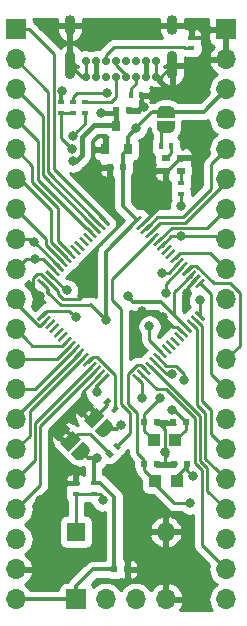
<source format=gbr>
G04 #@! TF.GenerationSoftware,KiCad,Pcbnew,5.1.2*
G04 #@! TF.CreationDate,2019-08-04T19:59:17+02:00*
G04 #@! TF.ProjectId,neutron-c,6e657574-726f-46e2-9d63-2e6b69636164,rev?*
G04 #@! TF.SameCoordinates,Original*
G04 #@! TF.FileFunction,Copper,L1,Top*
G04 #@! TF.FilePolarity,Positive*
%FSLAX46Y46*%
G04 Gerber Fmt 4.6, Leading zero omitted, Abs format (unit mm)*
G04 Created by KiCad (PCBNEW 5.1.2) date 2019-08-04 19:59:17*
%MOMM*%
%LPD*%
G04 APERTURE LIST*
%ADD10C,0.100000*%
%ADD11R,0.600000X0.400000*%
%ADD12R,0.600000X0.500000*%
%ADD13C,0.700000*%
%ADD14O,0.900000X2.400000*%
%ADD15O,0.900000X1.700000*%
%ADD16R,0.400000X0.600000*%
%ADD17R,1.050000X1.100000*%
%ADD18C,0.500000*%
%ADD19C,1.000000*%
%ADD20R,1.700000X1.700000*%
%ADD21O,1.700000X1.700000*%
%ADD22O,1.600000X1.600000*%
%ADD23R,1.600000X1.600000*%
%ADD24R,0.700000X0.600000*%
%ADD25C,0.400000*%
%ADD26C,0.250000*%
%ADD27R,0.800000X0.900000*%
%ADD28C,0.800000*%
%ADD29C,0.350000*%
%ADD30C,0.250000*%
%ADD31C,0.400000*%
%ADD32C,0.254000*%
G04 APERTURE END LIST*
D10*
G36*
X174044632Y-44541366D02*
G01*
X174398185Y-44894919D01*
X174115343Y-45177762D01*
X173761789Y-44824209D01*
X174044632Y-44541366D01*
G37*
G36*
X173478947Y-45107051D02*
G01*
X173832500Y-45460605D01*
X173549657Y-45743447D01*
X173196104Y-45389894D01*
X173478947Y-45107051D01*
G37*
G36*
X171503291Y-47082707D02*
G01*
X171856844Y-47436261D01*
X171574001Y-47719103D01*
X171220448Y-47365550D01*
X171503291Y-47082707D01*
G37*
G36*
X172068976Y-46517022D02*
G01*
X172422529Y-46870575D01*
X172139687Y-47153418D01*
X171786133Y-46799865D01*
X172068976Y-46517022D01*
G37*
D11*
X182499000Y-14293000D03*
X182499000Y-13393000D03*
D12*
X182033000Y-45974000D03*
X180933000Y-45974000D03*
D13*
X179514500Y-16700500D03*
X178664500Y-16700500D03*
X177814500Y-16700500D03*
X176964500Y-16700500D03*
X176114500Y-16700500D03*
X175264500Y-16700500D03*
X174414500Y-16700500D03*
X173564500Y-16700500D03*
X178664500Y-15350500D03*
X176964500Y-15350500D03*
X177814500Y-15350500D03*
X179514500Y-15350500D03*
X175264500Y-15350500D03*
X174414500Y-15350500D03*
X173564500Y-15350500D03*
X176114500Y-15350500D03*
D14*
X180864500Y-15720500D03*
X172214500Y-15720500D03*
D15*
X180864500Y-12340500D03*
X172214500Y-12340500D03*
D16*
X177350000Y-18288000D03*
X178250000Y-18288000D03*
D12*
X181060000Y-49530000D03*
X182160000Y-49530000D03*
X179620000Y-49530000D03*
X178520000Y-49530000D03*
D17*
X181138000Y-47498000D03*
X179288000Y-47498000D03*
X179415000Y-50927000D03*
X181265000Y-50927000D03*
D18*
X180340000Y-20970000D03*
D10*
G36*
X181089398Y-20970000D02*
G01*
X181089398Y-20994534D01*
X181084588Y-21043365D01*
X181075016Y-21091490D01*
X181060772Y-21138445D01*
X181041995Y-21183778D01*
X181018864Y-21227051D01*
X180991604Y-21267850D01*
X180960476Y-21305779D01*
X180925779Y-21340476D01*
X180887850Y-21371604D01*
X180847051Y-21398864D01*
X180803778Y-21421995D01*
X180758445Y-21440772D01*
X180711490Y-21455016D01*
X180663365Y-21464588D01*
X180614534Y-21469398D01*
X180590000Y-21469398D01*
X180590000Y-21470000D01*
X180090000Y-21470000D01*
X180090000Y-21469398D01*
X180065466Y-21469398D01*
X180016635Y-21464588D01*
X179968510Y-21455016D01*
X179921555Y-21440772D01*
X179876222Y-21421995D01*
X179832949Y-21398864D01*
X179792150Y-21371604D01*
X179754221Y-21340476D01*
X179719524Y-21305779D01*
X179688396Y-21267850D01*
X179661136Y-21227051D01*
X179638005Y-21183778D01*
X179619228Y-21138445D01*
X179604984Y-21091490D01*
X179595412Y-21043365D01*
X179590602Y-20994534D01*
X179590602Y-20970000D01*
X179590000Y-20970000D01*
X179590000Y-20470000D01*
X181090000Y-20470000D01*
X181090000Y-20970000D01*
X181089398Y-20970000D01*
X181089398Y-20970000D01*
G37*
D18*
X180340000Y-19670000D03*
D10*
G36*
X179590000Y-20170000D02*
G01*
X179590000Y-19670000D01*
X179590602Y-19670000D01*
X179590602Y-19645466D01*
X179595412Y-19596635D01*
X179604984Y-19548510D01*
X179619228Y-19501555D01*
X179638005Y-19456222D01*
X179661136Y-19412949D01*
X179688396Y-19372150D01*
X179719524Y-19334221D01*
X179754221Y-19299524D01*
X179792150Y-19268396D01*
X179832949Y-19241136D01*
X179876222Y-19218005D01*
X179921555Y-19199228D01*
X179968510Y-19184984D01*
X180016635Y-19175412D01*
X180065466Y-19170602D01*
X180090000Y-19170602D01*
X180090000Y-19170000D01*
X180590000Y-19170000D01*
X180590000Y-19170602D01*
X180614534Y-19170602D01*
X180663365Y-19175412D01*
X180711490Y-19184984D01*
X180758445Y-19199228D01*
X180803778Y-19218005D01*
X180847051Y-19241136D01*
X180887850Y-19268396D01*
X180925779Y-19299524D01*
X180960476Y-19334221D01*
X180991604Y-19372150D01*
X181018864Y-19412949D01*
X181041995Y-19456222D01*
X181060772Y-19501555D01*
X181075016Y-19548510D01*
X181084588Y-19596635D01*
X181089398Y-19645466D01*
X181089398Y-19670000D01*
X181090000Y-19670000D01*
X181090000Y-20170000D01*
X179590000Y-20170000D01*
X179590000Y-20170000D01*
G37*
D18*
X175176003Y-46521265D03*
D10*
G36*
X175705907Y-45991361D02*
G01*
X175723256Y-46008709D01*
X175754383Y-46046639D01*
X175781644Y-46087437D01*
X175804774Y-46130711D01*
X175823552Y-46176043D01*
X175837795Y-46222998D01*
X175847368Y-46271123D01*
X175852177Y-46319954D01*
X175852177Y-46369023D01*
X175847368Y-46417853D01*
X175837795Y-46465978D01*
X175823552Y-46512933D01*
X175804774Y-46558266D01*
X175781644Y-46601540D01*
X175754383Y-46642338D01*
X175723256Y-46680268D01*
X175705907Y-46697616D01*
X175706333Y-46698042D01*
X175352780Y-47051595D01*
X175352354Y-47051169D01*
X175335006Y-47068518D01*
X175297076Y-47099645D01*
X175256278Y-47126906D01*
X175213004Y-47150036D01*
X175167671Y-47168814D01*
X175120716Y-47183057D01*
X175072591Y-47192630D01*
X175023761Y-47197439D01*
X174974692Y-47197439D01*
X174925861Y-47192630D01*
X174877736Y-47183057D01*
X174830781Y-47168814D01*
X174785449Y-47150036D01*
X174742175Y-47126906D01*
X174701377Y-47099645D01*
X174663447Y-47068518D01*
X174646099Y-47051169D01*
X174645673Y-47051595D01*
X174256764Y-46662686D01*
X175317424Y-45602026D01*
X175706333Y-45990935D01*
X175705907Y-45991361D01*
X175705907Y-45991361D01*
G37*
D19*
X174256764Y-45602026D03*
D10*
G36*
X173372881Y-45778803D02*
G01*
X174433541Y-44718143D01*
X175140647Y-45425249D01*
X174079987Y-46485909D01*
X173372881Y-45778803D01*
X173372881Y-45778803D01*
G37*
D18*
X173337525Y-44682787D03*
D10*
G36*
X173196104Y-45602026D02*
G01*
X172807195Y-45213117D01*
X172807621Y-45212691D01*
X172790272Y-45195343D01*
X172759145Y-45157413D01*
X172731884Y-45116615D01*
X172708754Y-45073341D01*
X172689976Y-45028009D01*
X172675733Y-44981054D01*
X172666160Y-44932929D01*
X172661351Y-44884098D01*
X172661351Y-44835029D01*
X172666160Y-44786199D01*
X172675733Y-44738074D01*
X172689976Y-44691119D01*
X172708754Y-44645786D01*
X172731884Y-44602512D01*
X172759145Y-44561714D01*
X172790272Y-44523784D01*
X172807621Y-44506436D01*
X172807195Y-44506010D01*
X173160748Y-44152457D01*
X173161174Y-44152883D01*
X173178522Y-44135534D01*
X173216452Y-44104407D01*
X173257250Y-44077146D01*
X173300524Y-44054016D01*
X173345857Y-44035238D01*
X173392812Y-44020995D01*
X173440937Y-44011422D01*
X173489767Y-44006613D01*
X173538836Y-44006613D01*
X173587667Y-44011422D01*
X173635792Y-44020995D01*
X173682747Y-44035238D01*
X173728079Y-44054016D01*
X173771353Y-44077146D01*
X173812151Y-44104407D01*
X173850081Y-44135534D01*
X173867429Y-44152883D01*
X173867855Y-44152457D01*
X174256764Y-44541366D01*
X173196104Y-45602026D01*
X173196104Y-45602026D01*
G37*
D18*
X171361869Y-46658443D03*
D10*
G36*
X171220448Y-47577682D02*
G01*
X170831539Y-47188773D01*
X170831965Y-47188347D01*
X170814616Y-47170999D01*
X170783489Y-47133069D01*
X170756228Y-47092271D01*
X170733098Y-47048997D01*
X170714320Y-47003665D01*
X170700077Y-46956710D01*
X170690504Y-46908585D01*
X170685695Y-46859754D01*
X170685695Y-46810685D01*
X170690504Y-46761855D01*
X170700077Y-46713730D01*
X170714320Y-46666775D01*
X170733098Y-46621442D01*
X170756228Y-46578168D01*
X170783489Y-46537370D01*
X170814616Y-46499440D01*
X170831965Y-46482092D01*
X170831539Y-46481666D01*
X171185092Y-46128113D01*
X171185518Y-46128539D01*
X171202866Y-46111190D01*
X171240796Y-46080063D01*
X171281594Y-46052802D01*
X171324868Y-46029672D01*
X171370201Y-46010894D01*
X171417156Y-45996651D01*
X171465281Y-45987078D01*
X171514111Y-45982269D01*
X171563180Y-45982269D01*
X171612011Y-45987078D01*
X171660136Y-45996651D01*
X171707091Y-46010894D01*
X171752423Y-46029672D01*
X171795697Y-46052802D01*
X171836495Y-46080063D01*
X171874425Y-46111190D01*
X171891773Y-46128539D01*
X171892199Y-46128113D01*
X172281108Y-46517022D01*
X171220448Y-47577682D01*
X171220448Y-47577682D01*
G37*
D19*
X172281108Y-47577682D03*
D10*
G36*
X171397225Y-47754459D02*
G01*
X172457885Y-46693799D01*
X173164991Y-47400905D01*
X172104331Y-48461565D01*
X171397225Y-47754459D01*
X171397225Y-47754459D01*
G37*
D18*
X173200347Y-48496921D03*
D10*
G36*
X173730251Y-47967017D02*
G01*
X173747600Y-47984365D01*
X173778727Y-48022295D01*
X173805988Y-48063093D01*
X173829118Y-48106367D01*
X173847896Y-48151699D01*
X173862139Y-48198654D01*
X173871712Y-48246779D01*
X173876521Y-48295610D01*
X173876521Y-48344679D01*
X173871712Y-48393509D01*
X173862139Y-48441634D01*
X173847896Y-48488589D01*
X173829118Y-48533922D01*
X173805988Y-48577196D01*
X173778727Y-48617994D01*
X173747600Y-48655924D01*
X173730251Y-48673272D01*
X173730677Y-48673698D01*
X173377124Y-49027251D01*
X173376698Y-49026825D01*
X173359350Y-49044174D01*
X173321420Y-49075301D01*
X173280622Y-49102562D01*
X173237348Y-49125692D01*
X173192015Y-49144470D01*
X173145060Y-49158713D01*
X173096935Y-49168286D01*
X173048105Y-49173095D01*
X172999036Y-49173095D01*
X172950205Y-49168286D01*
X172902080Y-49158713D01*
X172855125Y-49144470D01*
X172809793Y-49125692D01*
X172766519Y-49102562D01*
X172725721Y-49075301D01*
X172687791Y-49044174D01*
X172670443Y-49026825D01*
X172670017Y-49027251D01*
X172281108Y-48638342D01*
X173341768Y-47577682D01*
X173730677Y-47966591D01*
X173730251Y-47967017D01*
X173730251Y-47967017D01*
G37*
D20*
X172720000Y-60960000D03*
D21*
X175260000Y-60960000D03*
X177800000Y-60960000D03*
X180340000Y-60960000D03*
D22*
X180340000Y-55245000D03*
D23*
X172720000Y-55245000D03*
D20*
X167640000Y-12700000D03*
D21*
X167640000Y-15240000D03*
X167640000Y-17780000D03*
X167640000Y-20320000D03*
X167640000Y-22860000D03*
X167640000Y-25400000D03*
X167640000Y-27940000D03*
X167640000Y-30480000D03*
X167640000Y-33020000D03*
X167640000Y-35560000D03*
X167640000Y-38100000D03*
X167640000Y-40640000D03*
X167640000Y-43180000D03*
X167640000Y-45720000D03*
X167640000Y-48260000D03*
X167640000Y-50800000D03*
X167640000Y-53340000D03*
X167640000Y-55880000D03*
X167640000Y-58420000D03*
X167640000Y-60960000D03*
X185420000Y-60960000D03*
X185420000Y-58420000D03*
X185420000Y-55880000D03*
X185420000Y-53340000D03*
X185420000Y-50800000D03*
X185420000Y-48260000D03*
X185420000Y-45720000D03*
X185420000Y-43180000D03*
X185420000Y-40640000D03*
X185420000Y-38100000D03*
X185420000Y-35560000D03*
X185420000Y-33020000D03*
X185420000Y-30480000D03*
X185420000Y-27940000D03*
X185420000Y-25400000D03*
X185420000Y-22860000D03*
X185420000Y-20320000D03*
X185420000Y-17780000D03*
X185420000Y-15240000D03*
D20*
X185420000Y-12700000D03*
D12*
X175980000Y-58420000D03*
X177080000Y-58420000D03*
X178520000Y-45974000D03*
X179620000Y-45974000D03*
D11*
X172720000Y-52012000D03*
X172720000Y-51112000D03*
D12*
X177207000Y-19558000D03*
X176107000Y-19558000D03*
X175599000Y-24384000D03*
X176699000Y-24384000D03*
D24*
X181610000Y-23580000D03*
X181610000Y-24680000D03*
X180340000Y-23580000D03*
X180340000Y-24680000D03*
D11*
X174244000Y-52012000D03*
X174244000Y-51112000D03*
X181610000Y-25712000D03*
X181610000Y-26612000D03*
D16*
X179890000Y-22606000D03*
X180790000Y-22606000D03*
D11*
X171450000Y-18854000D03*
X171450000Y-19754000D03*
X173482000Y-19754000D03*
X173482000Y-18854000D03*
X172466000Y-18854000D03*
X172466000Y-19754000D03*
D25*
X176191408Y-47977904D03*
D10*
G36*
X176262119Y-48331457D02*
G01*
X175837855Y-47907193D01*
X176120697Y-47624351D01*
X176544961Y-48048615D01*
X176262119Y-48331457D01*
X176262119Y-48331457D01*
G37*
D25*
X175555012Y-48614300D03*
D10*
G36*
X175625723Y-48967853D02*
G01*
X175201459Y-48543589D01*
X175484301Y-48260747D01*
X175908565Y-48685011D01*
X175625723Y-48967853D01*
X175625723Y-48967853D01*
G37*
D25*
X175375407Y-44206197D03*
D10*
G36*
X175021854Y-44276908D02*
G01*
X175446118Y-43852644D01*
X175728960Y-44135486D01*
X175304696Y-44559750D01*
X175021854Y-44276908D01*
X175021854Y-44276908D01*
G37*
D25*
X176011803Y-44842593D03*
D10*
G36*
X175658250Y-44913304D02*
G01*
X176082514Y-44489040D01*
X176365356Y-44771882D01*
X175941092Y-45196146D01*
X175658250Y-44913304D01*
X175658250Y-44913304D01*
G37*
D26*
X175151142Y-42242159D03*
D10*
G36*
X175416307Y-41800217D02*
G01*
X175593084Y-41976994D01*
X174885977Y-42684101D01*
X174709200Y-42507324D01*
X175416307Y-41800217D01*
X175416307Y-41800217D01*
G37*
D26*
X174797588Y-41888606D03*
D10*
G36*
X175062753Y-41446664D02*
G01*
X175239530Y-41623441D01*
X174532423Y-42330548D01*
X174355646Y-42153771D01*
X175062753Y-41446664D01*
X175062753Y-41446664D01*
G37*
D26*
X174444035Y-41535052D03*
D10*
G36*
X174709200Y-41093110D02*
G01*
X174885977Y-41269887D01*
X174178870Y-41976994D01*
X174002093Y-41800217D01*
X174709200Y-41093110D01*
X174709200Y-41093110D01*
G37*
D26*
X174090482Y-41181499D03*
D10*
G36*
X174355647Y-40739557D02*
G01*
X174532424Y-40916334D01*
X173825317Y-41623441D01*
X173648540Y-41446664D01*
X174355647Y-40739557D01*
X174355647Y-40739557D01*
G37*
D26*
X173736928Y-40827946D03*
D10*
G36*
X174002093Y-40386004D02*
G01*
X174178870Y-40562781D01*
X173471763Y-41269888D01*
X173294986Y-41093111D01*
X174002093Y-40386004D01*
X174002093Y-40386004D01*
G37*
D26*
X173383375Y-40474392D03*
D10*
G36*
X173648540Y-40032450D02*
G01*
X173825317Y-40209227D01*
X173118210Y-40916334D01*
X172941433Y-40739557D01*
X173648540Y-40032450D01*
X173648540Y-40032450D01*
G37*
D26*
X173029821Y-40120839D03*
D10*
G36*
X173294986Y-39678897D02*
G01*
X173471763Y-39855674D01*
X172764656Y-40562781D01*
X172587879Y-40386004D01*
X173294986Y-39678897D01*
X173294986Y-39678897D01*
G37*
D26*
X172676268Y-39767285D03*
D10*
G36*
X172941433Y-39325343D02*
G01*
X173118210Y-39502120D01*
X172411103Y-40209227D01*
X172234326Y-40032450D01*
X172941433Y-39325343D01*
X172941433Y-39325343D01*
G37*
D26*
X172322715Y-39413732D03*
D10*
G36*
X172587880Y-38971790D02*
G01*
X172764657Y-39148567D01*
X172057550Y-39855674D01*
X171880773Y-39678897D01*
X172587880Y-38971790D01*
X172587880Y-38971790D01*
G37*
D26*
X171969161Y-39060179D03*
D10*
G36*
X172234326Y-38618237D02*
G01*
X172411103Y-38795014D01*
X171703996Y-39502121D01*
X171527219Y-39325344D01*
X172234326Y-38618237D01*
X172234326Y-38618237D01*
G37*
D26*
X171615608Y-38706625D03*
D10*
G36*
X171880773Y-38264683D02*
G01*
X172057550Y-38441460D01*
X171350443Y-39148567D01*
X171173666Y-38971790D01*
X171880773Y-38264683D01*
X171880773Y-38264683D01*
G37*
D26*
X171262054Y-38353072D03*
D10*
G36*
X171527219Y-37911130D02*
G01*
X171703996Y-38087907D01*
X170996889Y-38795014D01*
X170820112Y-38618237D01*
X171527219Y-37911130D01*
X171527219Y-37911130D01*
G37*
D26*
X170908501Y-37999518D03*
D10*
G36*
X171173666Y-37557576D02*
G01*
X171350443Y-37734353D01*
X170643336Y-38441460D01*
X170466559Y-38264683D01*
X171173666Y-37557576D01*
X171173666Y-37557576D01*
G37*
D26*
X170554948Y-37645965D03*
D10*
G36*
X170820113Y-37204023D02*
G01*
X170996890Y-37380800D01*
X170289783Y-38087907D01*
X170113006Y-37911130D01*
X170820113Y-37204023D01*
X170820113Y-37204023D01*
G37*
D26*
X170201394Y-37292412D03*
D10*
G36*
X170466559Y-36850470D02*
G01*
X170643336Y-37027247D01*
X169936229Y-37734354D01*
X169759452Y-37557577D01*
X170466559Y-36850470D01*
X170466559Y-36850470D01*
G37*
D26*
X169847841Y-36938858D03*
D10*
G36*
X170113006Y-36496916D02*
G01*
X170289783Y-36673693D01*
X169582676Y-37380800D01*
X169405899Y-37204023D01*
X170113006Y-36496916D01*
X170113006Y-36496916D01*
G37*
D26*
X169847841Y-34181142D03*
D10*
G36*
X170289783Y-34446307D02*
G01*
X170113006Y-34623084D01*
X169405899Y-33915977D01*
X169582676Y-33739200D01*
X170289783Y-34446307D01*
X170289783Y-34446307D01*
G37*
D26*
X170201394Y-33827588D03*
D10*
G36*
X170643336Y-34092753D02*
G01*
X170466559Y-34269530D01*
X169759452Y-33562423D01*
X169936229Y-33385646D01*
X170643336Y-34092753D01*
X170643336Y-34092753D01*
G37*
D26*
X170554948Y-33474035D03*
D10*
G36*
X170996890Y-33739200D02*
G01*
X170820113Y-33915977D01*
X170113006Y-33208870D01*
X170289783Y-33032093D01*
X170996890Y-33739200D01*
X170996890Y-33739200D01*
G37*
D26*
X170908501Y-33120482D03*
D10*
G36*
X171350443Y-33385647D02*
G01*
X171173666Y-33562424D01*
X170466559Y-32855317D01*
X170643336Y-32678540D01*
X171350443Y-33385647D01*
X171350443Y-33385647D01*
G37*
D26*
X171262054Y-32766928D03*
D10*
G36*
X171703996Y-33032093D02*
G01*
X171527219Y-33208870D01*
X170820112Y-32501763D01*
X170996889Y-32324986D01*
X171703996Y-33032093D01*
X171703996Y-33032093D01*
G37*
D26*
X171615608Y-32413375D03*
D10*
G36*
X172057550Y-32678540D02*
G01*
X171880773Y-32855317D01*
X171173666Y-32148210D01*
X171350443Y-31971433D01*
X172057550Y-32678540D01*
X172057550Y-32678540D01*
G37*
D26*
X171969161Y-32059821D03*
D10*
G36*
X172411103Y-32324986D02*
G01*
X172234326Y-32501763D01*
X171527219Y-31794656D01*
X171703996Y-31617879D01*
X172411103Y-32324986D01*
X172411103Y-32324986D01*
G37*
D26*
X172322715Y-31706268D03*
D10*
G36*
X172764657Y-31971433D02*
G01*
X172587880Y-32148210D01*
X171880773Y-31441103D01*
X172057550Y-31264326D01*
X172764657Y-31971433D01*
X172764657Y-31971433D01*
G37*
D26*
X172676268Y-31352715D03*
D10*
G36*
X173118210Y-31617880D02*
G01*
X172941433Y-31794657D01*
X172234326Y-31087550D01*
X172411103Y-30910773D01*
X173118210Y-31617880D01*
X173118210Y-31617880D01*
G37*
D26*
X173029821Y-30999161D03*
D10*
G36*
X173471763Y-31264326D02*
G01*
X173294986Y-31441103D01*
X172587879Y-30733996D01*
X172764656Y-30557219D01*
X173471763Y-31264326D01*
X173471763Y-31264326D01*
G37*
D26*
X173383375Y-30645608D03*
D10*
G36*
X173825317Y-30910773D02*
G01*
X173648540Y-31087550D01*
X172941433Y-30380443D01*
X173118210Y-30203666D01*
X173825317Y-30910773D01*
X173825317Y-30910773D01*
G37*
D26*
X173736928Y-30292054D03*
D10*
G36*
X174178870Y-30557219D02*
G01*
X174002093Y-30733996D01*
X173294986Y-30026889D01*
X173471763Y-29850112D01*
X174178870Y-30557219D01*
X174178870Y-30557219D01*
G37*
D26*
X174090482Y-29938501D03*
D10*
G36*
X174532424Y-30203666D02*
G01*
X174355647Y-30380443D01*
X173648540Y-29673336D01*
X173825317Y-29496559D01*
X174532424Y-30203666D01*
X174532424Y-30203666D01*
G37*
D26*
X174444035Y-29584948D03*
D10*
G36*
X174885977Y-29850113D02*
G01*
X174709200Y-30026890D01*
X174002093Y-29319783D01*
X174178870Y-29143006D01*
X174885977Y-29850113D01*
X174885977Y-29850113D01*
G37*
D26*
X174797588Y-29231394D03*
D10*
G36*
X175239530Y-29496559D02*
G01*
X175062753Y-29673336D01*
X174355646Y-28966229D01*
X174532423Y-28789452D01*
X175239530Y-29496559D01*
X175239530Y-29496559D01*
G37*
D26*
X175151142Y-28877841D03*
D10*
G36*
X175593084Y-29143006D02*
G01*
X175416307Y-29319783D01*
X174709200Y-28612676D01*
X174885977Y-28435899D01*
X175593084Y-29143006D01*
X175593084Y-29143006D01*
G37*
D26*
X177908858Y-28877841D03*
D10*
G36*
X178174023Y-28435899D02*
G01*
X178350800Y-28612676D01*
X177643693Y-29319783D01*
X177466916Y-29143006D01*
X178174023Y-28435899D01*
X178174023Y-28435899D01*
G37*
D26*
X178262412Y-29231394D03*
D10*
G36*
X178527577Y-28789452D02*
G01*
X178704354Y-28966229D01*
X177997247Y-29673336D01*
X177820470Y-29496559D01*
X178527577Y-28789452D01*
X178527577Y-28789452D01*
G37*
D26*
X178615965Y-29584948D03*
D10*
G36*
X178881130Y-29143006D02*
G01*
X179057907Y-29319783D01*
X178350800Y-30026890D01*
X178174023Y-29850113D01*
X178881130Y-29143006D01*
X178881130Y-29143006D01*
G37*
D26*
X178969518Y-29938501D03*
D10*
G36*
X179234683Y-29496559D02*
G01*
X179411460Y-29673336D01*
X178704353Y-30380443D01*
X178527576Y-30203666D01*
X179234683Y-29496559D01*
X179234683Y-29496559D01*
G37*
D26*
X179323072Y-30292054D03*
D10*
G36*
X179588237Y-29850112D02*
G01*
X179765014Y-30026889D01*
X179057907Y-30733996D01*
X178881130Y-30557219D01*
X179588237Y-29850112D01*
X179588237Y-29850112D01*
G37*
D26*
X179676625Y-30645608D03*
D10*
G36*
X179941790Y-30203666D02*
G01*
X180118567Y-30380443D01*
X179411460Y-31087550D01*
X179234683Y-30910773D01*
X179941790Y-30203666D01*
X179941790Y-30203666D01*
G37*
D26*
X180030179Y-30999161D03*
D10*
G36*
X180295344Y-30557219D02*
G01*
X180472121Y-30733996D01*
X179765014Y-31441103D01*
X179588237Y-31264326D01*
X180295344Y-30557219D01*
X180295344Y-30557219D01*
G37*
D26*
X180383732Y-31352715D03*
D10*
G36*
X180648897Y-30910773D02*
G01*
X180825674Y-31087550D01*
X180118567Y-31794657D01*
X179941790Y-31617880D01*
X180648897Y-30910773D01*
X180648897Y-30910773D01*
G37*
D26*
X180737285Y-31706268D03*
D10*
G36*
X181002450Y-31264326D02*
G01*
X181179227Y-31441103D01*
X180472120Y-32148210D01*
X180295343Y-31971433D01*
X181002450Y-31264326D01*
X181002450Y-31264326D01*
G37*
D26*
X181090839Y-32059821D03*
D10*
G36*
X181356004Y-31617879D02*
G01*
X181532781Y-31794656D01*
X180825674Y-32501763D01*
X180648897Y-32324986D01*
X181356004Y-31617879D01*
X181356004Y-31617879D01*
G37*
D26*
X181444392Y-32413375D03*
D10*
G36*
X181709557Y-31971433D02*
G01*
X181886334Y-32148210D01*
X181179227Y-32855317D01*
X181002450Y-32678540D01*
X181709557Y-31971433D01*
X181709557Y-31971433D01*
G37*
D26*
X181797946Y-32766928D03*
D10*
G36*
X182063111Y-32324986D02*
G01*
X182239888Y-32501763D01*
X181532781Y-33208870D01*
X181356004Y-33032093D01*
X182063111Y-32324986D01*
X182063111Y-32324986D01*
G37*
D26*
X182151499Y-33120482D03*
D10*
G36*
X182416664Y-32678540D02*
G01*
X182593441Y-32855317D01*
X181886334Y-33562424D01*
X181709557Y-33385647D01*
X182416664Y-32678540D01*
X182416664Y-32678540D01*
G37*
D26*
X182505052Y-33474035D03*
D10*
G36*
X182770217Y-33032093D02*
G01*
X182946994Y-33208870D01*
X182239887Y-33915977D01*
X182063110Y-33739200D01*
X182770217Y-33032093D01*
X182770217Y-33032093D01*
G37*
D26*
X182858606Y-33827588D03*
D10*
G36*
X183123771Y-33385646D02*
G01*
X183300548Y-33562423D01*
X182593441Y-34269530D01*
X182416664Y-34092753D01*
X183123771Y-33385646D01*
X183123771Y-33385646D01*
G37*
D26*
X183212159Y-34181142D03*
D10*
G36*
X183477324Y-33739200D02*
G01*
X183654101Y-33915977D01*
X182946994Y-34623084D01*
X182770217Y-34446307D01*
X183477324Y-33739200D01*
X183477324Y-33739200D01*
G37*
D26*
X183212159Y-36938858D03*
D10*
G36*
X183654101Y-37204023D02*
G01*
X183477324Y-37380800D01*
X182770217Y-36673693D01*
X182946994Y-36496916D01*
X183654101Y-37204023D01*
X183654101Y-37204023D01*
G37*
D26*
X182858606Y-37292412D03*
D10*
G36*
X183300548Y-37557577D02*
G01*
X183123771Y-37734354D01*
X182416664Y-37027247D01*
X182593441Y-36850470D01*
X183300548Y-37557577D01*
X183300548Y-37557577D01*
G37*
D26*
X182505052Y-37645965D03*
D10*
G36*
X182946994Y-37911130D02*
G01*
X182770217Y-38087907D01*
X182063110Y-37380800D01*
X182239887Y-37204023D01*
X182946994Y-37911130D01*
X182946994Y-37911130D01*
G37*
D26*
X182151499Y-37999518D03*
D10*
G36*
X182593441Y-38264683D02*
G01*
X182416664Y-38441460D01*
X181709557Y-37734353D01*
X181886334Y-37557576D01*
X182593441Y-38264683D01*
X182593441Y-38264683D01*
G37*
D26*
X181797946Y-38353072D03*
D10*
G36*
X182239888Y-38618237D02*
G01*
X182063111Y-38795014D01*
X181356004Y-38087907D01*
X181532781Y-37911130D01*
X182239888Y-38618237D01*
X182239888Y-38618237D01*
G37*
D26*
X181444392Y-38706625D03*
D10*
G36*
X181886334Y-38971790D02*
G01*
X181709557Y-39148567D01*
X181002450Y-38441460D01*
X181179227Y-38264683D01*
X181886334Y-38971790D01*
X181886334Y-38971790D01*
G37*
D26*
X181090839Y-39060179D03*
D10*
G36*
X181532781Y-39325344D02*
G01*
X181356004Y-39502121D01*
X180648897Y-38795014D01*
X180825674Y-38618237D01*
X181532781Y-39325344D01*
X181532781Y-39325344D01*
G37*
D26*
X180737285Y-39413732D03*
D10*
G36*
X181179227Y-39678897D02*
G01*
X181002450Y-39855674D01*
X180295343Y-39148567D01*
X180472120Y-38971790D01*
X181179227Y-39678897D01*
X181179227Y-39678897D01*
G37*
D26*
X180383732Y-39767285D03*
D10*
G36*
X180825674Y-40032450D02*
G01*
X180648897Y-40209227D01*
X179941790Y-39502120D01*
X180118567Y-39325343D01*
X180825674Y-40032450D01*
X180825674Y-40032450D01*
G37*
D26*
X180030179Y-40120839D03*
D10*
G36*
X180472121Y-40386004D02*
G01*
X180295344Y-40562781D01*
X179588237Y-39855674D01*
X179765014Y-39678897D01*
X180472121Y-40386004D01*
X180472121Y-40386004D01*
G37*
D26*
X179676625Y-40474392D03*
D10*
G36*
X180118567Y-40739557D02*
G01*
X179941790Y-40916334D01*
X179234683Y-40209227D01*
X179411460Y-40032450D01*
X180118567Y-40739557D01*
X180118567Y-40739557D01*
G37*
D26*
X179323072Y-40827946D03*
D10*
G36*
X179765014Y-41093111D02*
G01*
X179588237Y-41269888D01*
X178881130Y-40562781D01*
X179057907Y-40386004D01*
X179765014Y-41093111D01*
X179765014Y-41093111D01*
G37*
D26*
X178969518Y-41181499D03*
D10*
G36*
X179411460Y-41446664D02*
G01*
X179234683Y-41623441D01*
X178527576Y-40916334D01*
X178704353Y-40739557D01*
X179411460Y-41446664D01*
X179411460Y-41446664D01*
G37*
D26*
X178615965Y-41535052D03*
D10*
G36*
X179057907Y-41800217D02*
G01*
X178881130Y-41976994D01*
X178174023Y-41269887D01*
X178350800Y-41093110D01*
X179057907Y-41800217D01*
X179057907Y-41800217D01*
G37*
D26*
X178262412Y-41888606D03*
D10*
G36*
X178704354Y-42153771D02*
G01*
X178527577Y-42330548D01*
X177820470Y-41623441D01*
X177997247Y-41446664D01*
X178704354Y-42153771D01*
X178704354Y-42153771D01*
G37*
D26*
X177908858Y-42242159D03*
D10*
G36*
X178350800Y-42507324D02*
G01*
X178174023Y-42684101D01*
X177466916Y-41976994D01*
X177643693Y-41800217D01*
X178350800Y-42507324D01*
X178350800Y-42507324D01*
G37*
D27*
X176149000Y-20844000D03*
X177099000Y-22844000D03*
X175199000Y-22844000D03*
D28*
X174498000Y-49022000D03*
X176530000Y-46228000D03*
X174498000Y-43434000D03*
X171577000Y-17907000D03*
X175260000Y-37338000D03*
X177095693Y-35306000D03*
X177800000Y-21082000D03*
X169672000Y-35306000D03*
X178308000Y-36576000D03*
X177292000Y-12700000D03*
X178816000Y-22606000D03*
X173736000Y-34798000D03*
X170180000Y-55372000D03*
X169672000Y-52578000D03*
X172720000Y-50038000D03*
X176022000Y-50038000D03*
X180086000Y-37084000D03*
X182118000Y-35052000D03*
X178516243Y-19269727D03*
X180236667Y-48515319D03*
X182372000Y-52832000D03*
X182626000Y-50546000D03*
X180848000Y-41910000D03*
X179832000Y-43942000D03*
X180848000Y-44958000D03*
X181864000Y-42418000D03*
X175006000Y-52578000D03*
X178943000Y-37846000D03*
X174878974Y-19812000D03*
X172466000Y-23876000D03*
X169196563Y-30701437D03*
X172437661Y-21719978D03*
X169251999Y-32170001D03*
X172427990Y-22860000D03*
X178308000Y-43942000D03*
X183212159Y-35638159D03*
X180340016Y-35052000D03*
X180010904Y-33292811D03*
X181610000Y-27685978D03*
X181609998Y-30226000D03*
X171958004Y-34798000D03*
X172720000Y-37084000D03*
X175351588Y-18089367D03*
D29*
X176699000Y-23244000D02*
X177099000Y-22844000D01*
X176699000Y-24384000D02*
X176699000Y-23244000D01*
X176699000Y-27667983D02*
X177908858Y-28877841D01*
X176699000Y-24384000D02*
X176699000Y-27667983D01*
X183530000Y-19670000D02*
X185420000Y-17780000D01*
X180340000Y-19670000D02*
X183530000Y-19670000D01*
X172720000Y-59860000D02*
X172720000Y-60960000D01*
X174160000Y-58420000D02*
X172720000Y-59860000D01*
X175980000Y-58420000D02*
X174160000Y-58420000D01*
X174794000Y-51112000D02*
X174244000Y-51112000D01*
X175980000Y-52298000D02*
X174794000Y-51112000D01*
X175980000Y-58420000D02*
X175980000Y-52298000D01*
X176236735Y-46521265D02*
X176530000Y-46228000D01*
X175176003Y-46521265D02*
X176236735Y-46521265D01*
X173725426Y-49022000D02*
X173200347Y-48496921D01*
X174498000Y-49022000D02*
X173725426Y-49022000D01*
X174244000Y-49276000D02*
X174498000Y-49022000D01*
X174244000Y-51112000D02*
X174244000Y-49276000D01*
X172720000Y-60960000D02*
X167640000Y-60960000D01*
X174498000Y-42895301D02*
X175151142Y-42242159D01*
X174498000Y-43434000D02*
X174498000Y-42895301D01*
X171450000Y-18854000D02*
X171450000Y-18404000D01*
X171450000Y-18404000D02*
X171450000Y-18034000D01*
X171450000Y-18034000D02*
X171577000Y-17907000D01*
X171577000Y-17907000D02*
X171704000Y-17780000D01*
X170272104Y-34605405D02*
X169847841Y-34181142D01*
X170397001Y-34730302D02*
X170272104Y-34605405D01*
D30*
X173986586Y-36064586D02*
X171447261Y-36064586D01*
D29*
X170397001Y-35014326D02*
X170397001Y-34730302D01*
D30*
X171447261Y-36064586D02*
X170397001Y-35014326D01*
D29*
X175260000Y-37338000D02*
X173986586Y-36064586D01*
X175260000Y-31526699D02*
X177908858Y-28877841D01*
X175260000Y-37338000D02*
X175260000Y-31526699D01*
D30*
X181065016Y-34914071D02*
X181065016Y-36866984D01*
X182505052Y-33474035D02*
X181065016Y-34914071D01*
D29*
X181065016Y-36866984D02*
X181041991Y-36890009D01*
X179928984Y-35777002D02*
X177566695Y-35777002D01*
X181041991Y-36890009D02*
X179928984Y-35777002D01*
X177566695Y-35777002D02*
X177495692Y-35705999D01*
X177495692Y-35705999D02*
X177095693Y-35306000D01*
X177099000Y-21783000D02*
X177800000Y-21082000D01*
X177099000Y-22844000D02*
X177099000Y-21783000D01*
X179070000Y-19812000D02*
X177800000Y-21082000D01*
X179212000Y-19670000D02*
X179070000Y-19812000D01*
X180340000Y-19670000D02*
X179212000Y-19670000D01*
D30*
X182151499Y-37999518D02*
X181041991Y-36890009D01*
X180390000Y-24680000D02*
X180340000Y-24680000D01*
X181490000Y-23580000D02*
X180390000Y-24680000D01*
X181610000Y-23580000D02*
X181490000Y-23580000D01*
X180340000Y-27153806D02*
X180340000Y-24680000D01*
X178262412Y-29231394D02*
X180340000Y-27153806D01*
X173228000Y-44573262D02*
X173337525Y-44682787D01*
X174797588Y-41888606D02*
X173228000Y-43458194D01*
X173228000Y-43458194D02*
X173228000Y-44573262D01*
X169272001Y-34906001D02*
X169672000Y-35306000D01*
X169080889Y-34714889D02*
X169272001Y-34906001D01*
X169080889Y-33781352D02*
X169080889Y-34714889D01*
X169458916Y-33403325D02*
X169080889Y-33781352D01*
X169777131Y-33403325D02*
X169458916Y-33403325D01*
X170201394Y-33827588D02*
X169777131Y-33403325D01*
X178308000Y-36576000D02*
X178308000Y-36576000D01*
X181060000Y-49657000D02*
X181010000Y-49657000D01*
X179570000Y-49657000D02*
X179620000Y-49657000D01*
X173010999Y-35523001D02*
X173336001Y-35197999D01*
X173336001Y-35197999D02*
X173736000Y-34798000D01*
X171610003Y-35523001D02*
X173010999Y-35523001D01*
X171233003Y-35146001D02*
X171610003Y-35523001D01*
X171233003Y-34859197D02*
X171233003Y-35146001D01*
X170201394Y-33827588D02*
X171233003Y-34859197D01*
X180086000Y-37084000D02*
X179578000Y-36576000D01*
X179578000Y-36576000D02*
X178308000Y-36576000D01*
X181313852Y-37939673D02*
X180941673Y-37939673D01*
X181797946Y-38353072D02*
X181727251Y-38353072D01*
X181727251Y-38353072D02*
X181313852Y-37939673D01*
X180941673Y-37939673D02*
X180086000Y-37084000D01*
X182118000Y-34568194D02*
X182118000Y-35052000D01*
X182858606Y-33827588D02*
X182118000Y-34568194D01*
X182118000Y-35052000D02*
X182118000Y-35306000D01*
X179670000Y-45974000D02*
X179620000Y-45974000D01*
X180190002Y-46494002D02*
X179670000Y-45974000D01*
X180190002Y-46166998D02*
X180190002Y-46494002D01*
X180383000Y-45974000D02*
X180190002Y-46166998D01*
X180933000Y-45974000D02*
X180383000Y-45974000D01*
X180190002Y-46494002D02*
X180236667Y-46540667D01*
X180236667Y-47949634D02*
X180236667Y-48515319D01*
X180236667Y-46540667D02*
X180236667Y-47949634D01*
X180236667Y-49426667D02*
X180236667Y-48515319D01*
X180340000Y-49530000D02*
X181060000Y-49530000D01*
X180340000Y-49530000D02*
X180236667Y-49426667D01*
X179620000Y-49530000D02*
X180340000Y-49530000D01*
X179514500Y-16700500D02*
X179514500Y-15350500D01*
X173564500Y-16700500D02*
X173564500Y-15350500D01*
X173194500Y-16700500D02*
X172214500Y-15720500D01*
X173564500Y-16700500D02*
X173194500Y-16700500D01*
X179884500Y-16700500D02*
X180864500Y-15720500D01*
X179514500Y-16700500D02*
X179884500Y-16700500D01*
X178191702Y-41110789D02*
X178615965Y-41535052D01*
X177141906Y-41842369D02*
X177873486Y-41110789D01*
X178520000Y-49157000D02*
X177894999Y-48531999D01*
X177873486Y-41110789D02*
X178191702Y-41110789D01*
X177141906Y-44425496D02*
X177141906Y-41842369D01*
X178520000Y-49657000D02*
X178520000Y-49157000D01*
X177894999Y-48531999D02*
X177894999Y-45178589D01*
X177894999Y-45178589D02*
X177141906Y-44425496D01*
X178520000Y-50032000D02*
X179415000Y-50927000D01*
X178520000Y-49657000D02*
X178520000Y-50032000D01*
X179415000Y-51219000D02*
X181028000Y-52832000D01*
X181028000Y-52832000D02*
X181806315Y-52832000D01*
X181806315Y-52832000D02*
X182372000Y-52832000D01*
X181265000Y-50552000D02*
X182160000Y-49657000D01*
X181265000Y-50927000D02*
X181265000Y-50552000D01*
X182626000Y-50546000D02*
X182626000Y-50546000D01*
X182160000Y-50080000D02*
X182626000Y-50546000D01*
X182160000Y-49657000D02*
X182160000Y-50080000D01*
X183235012Y-49251423D02*
X183235012Y-45404599D01*
X179393781Y-41605762D02*
X178969518Y-41181499D01*
X183235012Y-45404599D02*
X179436175Y-41605762D01*
X183838011Y-51758011D02*
X183838011Y-49854422D01*
X185420000Y-53340000D02*
X183838011Y-51758011D01*
X179436175Y-41605762D02*
X179393781Y-41605762D01*
X183838011Y-49854422D02*
X183235012Y-49251423D01*
X180405126Y-41910000D02*
X180848000Y-41910000D01*
X179323072Y-40827946D02*
X180405126Y-41910000D01*
X178520000Y-46730000D02*
X179288000Y-47498000D01*
X178520000Y-45974000D02*
X178520000Y-46730000D01*
X178520000Y-45254000D02*
X179832000Y-43942000D01*
X178520000Y-45974000D02*
X178520000Y-45254000D01*
X181138000Y-47498000D02*
X181138000Y-47123000D01*
X180848000Y-44958000D02*
X180848000Y-44958000D01*
X181864000Y-41852315D02*
X181864000Y-42418000D01*
X181196684Y-41184999D02*
X181864000Y-41852315D01*
X179676625Y-40474392D02*
X180387232Y-41184999D01*
X180387232Y-41184999D02*
X181196684Y-41184999D01*
X180848000Y-45093000D02*
X180848000Y-44958000D01*
X182033000Y-46603000D02*
X181138000Y-47498000D01*
X182033000Y-45974000D02*
X182033000Y-46603000D01*
X181017000Y-44958000D02*
X182033000Y-45974000D01*
X180848000Y-44958000D02*
X181017000Y-44958000D01*
X172720000Y-54195000D02*
X172720000Y-52012000D01*
X172720000Y-55245000D02*
X172720000Y-54195000D01*
X172720000Y-52012000D02*
X174244000Y-52012000D01*
X174794000Y-52012000D02*
X175006000Y-52224000D01*
X174244000Y-52012000D02*
X174794000Y-52012000D01*
X175006000Y-52224000D02*
X175006000Y-52578000D01*
X175006000Y-52578000D02*
X175006000Y-52832000D01*
X178943000Y-39033660D02*
X180030179Y-40120839D01*
X178943000Y-37846000D02*
X178943000Y-39033660D01*
D31*
X176107000Y-20802000D02*
X176149000Y-20844000D01*
X176107000Y-19558000D02*
X176107000Y-20802000D01*
X175853000Y-19812000D02*
X174878974Y-19812000D01*
X176107000Y-19558000D02*
X175853000Y-19812000D01*
X172720000Y-23876000D02*
X172466000Y-23876000D01*
X173228000Y-23368000D02*
X172720000Y-23876000D01*
X176149000Y-20844000D02*
X176133000Y-20828000D01*
X174244000Y-20828000D02*
X173228000Y-21844000D01*
X173228000Y-21844000D02*
X173228000Y-23368000D01*
X176133000Y-20828000D02*
X174244000Y-20828000D01*
X174414500Y-16700500D02*
X174414500Y-15350500D01*
X178664500Y-15350500D02*
X178664500Y-16700500D01*
D30*
X181610000Y-25712000D02*
X181610000Y-24680000D01*
X180790000Y-23130000D02*
X180340000Y-23580000D01*
X180790000Y-22606000D02*
X180790000Y-23130000D01*
X170824999Y-24551698D02*
X174726879Y-28453578D01*
X170824999Y-14784999D02*
X170824999Y-24551698D01*
X168740000Y-12700000D02*
X170824999Y-14784999D01*
X174726879Y-28453578D02*
X175151142Y-28877841D01*
X167640000Y-12700000D02*
X168740000Y-12700000D01*
X174373325Y-28807131D02*
X174797588Y-29231394D01*
X170374993Y-24808799D02*
X174373325Y-28807131D01*
X170374993Y-17974993D02*
X170374993Y-24808799D01*
X167640000Y-15240000D02*
X170374993Y-17974993D01*
X169924982Y-25065895D02*
X174019772Y-29160685D01*
X167640000Y-17780000D02*
X169924982Y-20064982D01*
X174019772Y-29160685D02*
X174444035Y-29584948D01*
X169924982Y-20064982D02*
X169924982Y-25065895D01*
X173666219Y-29514238D02*
X174090482Y-29938501D01*
X169474971Y-25456971D02*
X173532238Y-29514238D01*
X173532238Y-29514238D02*
X173666219Y-29514238D01*
X167640000Y-20320000D02*
X169474971Y-22154971D01*
X169474971Y-22154971D02*
X169474971Y-25456971D01*
X171196000Y-30579553D02*
X172322715Y-31706268D01*
X171196000Y-27814411D02*
X171196000Y-30579553D01*
X167640000Y-22860000D02*
X169024960Y-24244960D01*
X169024960Y-25643371D02*
X171196000Y-27814411D01*
X169024960Y-24244960D02*
X169024960Y-25643371D01*
X168021000Y-25400000D02*
X170630011Y-28009011D01*
X167640000Y-25400000D02*
X168021000Y-25400000D01*
X170630011Y-28009011D02*
X170630011Y-30720671D01*
X170630011Y-30720671D02*
X171544898Y-31635558D01*
X171544898Y-31635558D02*
X171969161Y-32059821D01*
X167640000Y-27940000D02*
X169164000Y-29464000D01*
X171191345Y-31989112D02*
X171615608Y-32413375D01*
X170180000Y-30977767D02*
X171191345Y-31989112D01*
X170180000Y-30480000D02*
X170180000Y-30977767D01*
X169164000Y-29464000D02*
X170180000Y-30480000D01*
X168975126Y-30480000D02*
X169196563Y-30701437D01*
X167640000Y-30480000D02*
X168975126Y-30480000D01*
X169196563Y-30701437D02*
X171262054Y-32766928D01*
X173482000Y-19754000D02*
X173482000Y-20675639D01*
X172837660Y-21319979D02*
X172437661Y-21719978D01*
X173482000Y-20675639D02*
X172837660Y-21319979D01*
X171450000Y-19754000D02*
X172466000Y-19754000D01*
X169958020Y-32170001D02*
X170484238Y-32696219D01*
X170484238Y-32696219D02*
X170908501Y-33120482D01*
X168489999Y-32170001D02*
X169251999Y-32170001D01*
X167640000Y-33020000D02*
X168489999Y-32170001D01*
X169251999Y-32170001D02*
X169958020Y-32170001D01*
X171450000Y-21882010D02*
X172027991Y-22460001D01*
X171450000Y-19754000D02*
X171450000Y-21882010D01*
X172027991Y-22460001D02*
X172427990Y-22860000D01*
X169588241Y-37846000D02*
X167640000Y-35897759D01*
X170201394Y-37292412D02*
X169647806Y-37846000D01*
X167640000Y-35897759D02*
X167640000Y-35560000D01*
X169647806Y-37846000D02*
X169588241Y-37846000D01*
X171544898Y-39484442D02*
X169024442Y-39484442D01*
X171969161Y-39060179D02*
X171544898Y-39484442D01*
X169024442Y-39484442D02*
X168489999Y-38949999D01*
X168489999Y-38949999D02*
X167640000Y-38100000D01*
X172322715Y-39413732D02*
X171096447Y-40640000D01*
X171096447Y-40640000D02*
X167640000Y-40640000D01*
X169263553Y-43180000D02*
X167640000Y-43180000D01*
X172676268Y-39767285D02*
X169263553Y-43180000D01*
X167640000Y-45510660D02*
X167640000Y-45720000D01*
X173029821Y-40120839D02*
X167640000Y-45510660D01*
X168815001Y-47084999D02*
X167640000Y-48260000D01*
X168815001Y-45042766D02*
X168815001Y-47084999D01*
X173383375Y-40474392D02*
X168815001Y-45042766D01*
X168489999Y-49950001D02*
X167640000Y-50800000D01*
X169265012Y-49174988D02*
X168489999Y-49950001D01*
X169265012Y-46006969D02*
X169265012Y-49174988D01*
X174090482Y-41181499D02*
X169265012Y-46006969D01*
X169715023Y-51264977D02*
X168489999Y-52490001D01*
X169715023Y-46264064D02*
X169715023Y-51264977D01*
X174444035Y-41535052D02*
X169715023Y-46264064D01*
X168489999Y-52490001D02*
X167640000Y-53340000D01*
X178308000Y-42641301D02*
X177908858Y-42242159D01*
X178308000Y-43942000D02*
X178308000Y-42641301D01*
X183212159Y-36938858D02*
X183212159Y-35638159D01*
X183212159Y-35638159D02*
X183212159Y-35638159D01*
X182893978Y-32696219D02*
X182575762Y-32696219D01*
X184392760Y-34195001D02*
X182893978Y-32696219D01*
X185794003Y-34195001D02*
X184392760Y-34195001D01*
X186595001Y-34995999D02*
X185794003Y-34195001D01*
X186595001Y-39464999D02*
X186595001Y-34995999D01*
X182575762Y-32696219D02*
X182151499Y-33120482D01*
X185420000Y-40640000D02*
X186595001Y-39464999D01*
X180340016Y-34486315D02*
X180340016Y-35052000D01*
X180340016Y-34224858D02*
X180340016Y-34486315D01*
X181797946Y-32766928D02*
X180340016Y-34224858D01*
X181444392Y-32413375D02*
X180564956Y-33292811D01*
X180564956Y-33292811D02*
X180446779Y-33292811D01*
X180446779Y-33292811D02*
X180010904Y-33292811D01*
X184035558Y-31635558D02*
X184570001Y-32170001D01*
X184570001Y-32170001D02*
X185420000Y-33020000D01*
X181515102Y-31635558D02*
X184035558Y-31635558D01*
X181090839Y-32059821D02*
X181515102Y-31635558D01*
X181610000Y-26612000D02*
X181610000Y-27685978D01*
X183388000Y-56388000D02*
X184570001Y-57570001D01*
X182785001Y-49437823D02*
X183388000Y-50040822D01*
X183388000Y-50040822D02*
X183388000Y-56388000D01*
X180340000Y-43180000D02*
X182785001Y-45625001D01*
X179553806Y-43180000D02*
X180340000Y-43180000D01*
X182785001Y-45625001D02*
X182785001Y-49437823D01*
X178262412Y-41888606D02*
X179553806Y-43180000D01*
X184570001Y-57570001D02*
X185420000Y-58420000D01*
X182929315Y-38070228D02*
X182929315Y-44462491D01*
X183685023Y-49065023D02*
X184570001Y-49950001D01*
X182929315Y-44462491D02*
X183685023Y-45218199D01*
X184570001Y-49950001D02*
X185420000Y-50800000D01*
X182505052Y-37645965D02*
X182929315Y-38070228D01*
X183685023Y-45218199D02*
X183685023Y-49065023D01*
X185420000Y-48260000D02*
X184150000Y-46990000D01*
X183379325Y-37813131D02*
X183282869Y-37716675D01*
X183379325Y-44187325D02*
X183379325Y-37813131D01*
X183282869Y-37716675D02*
X182858606Y-37292412D01*
X184150000Y-44958000D02*
X183379325Y-44187325D01*
X184150000Y-46990000D02*
X184150000Y-44958000D01*
X184150000Y-41910000D02*
X184570001Y-42330001D01*
X184570001Y-42330001D02*
X185420000Y-43180000D01*
X183212159Y-34181142D02*
X184150000Y-35118983D01*
X184150000Y-35118983D02*
X184150000Y-41910000D01*
X181044313Y-30226000D02*
X181609998Y-30226000D01*
X180803340Y-30226000D02*
X181044313Y-30226000D01*
X180030179Y-30999161D02*
X180803340Y-30226000D01*
X185166000Y-30226000D02*
X181609998Y-30226000D01*
X185420000Y-30480000D02*
X185166000Y-30226000D01*
X180821234Y-29500999D02*
X183859001Y-29500999D01*
X184570001Y-28789999D02*
X185420000Y-27940000D01*
X179676625Y-30645608D02*
X180821234Y-29500999D01*
X183859001Y-29500999D02*
X184570001Y-28789999D01*
X185420000Y-25585433D02*
X185420000Y-25400000D01*
X181954445Y-29050988D02*
X185420000Y-25585433D01*
X178969518Y-29938501D02*
X179857031Y-29050988D01*
X179857031Y-29050988D02*
X181954445Y-29050988D01*
X184150000Y-26219022D02*
X181768045Y-28600977D01*
X185420000Y-22860000D02*
X184150000Y-24130000D01*
X179040228Y-29160685D02*
X178615965Y-29584948D01*
X179599936Y-28600977D02*
X179040228Y-29160685D01*
X184150000Y-24130000D02*
X184150000Y-26219022D01*
X181768045Y-28600977D02*
X179599936Y-28600977D01*
X171878913Y-34798000D02*
X171958004Y-34798000D01*
X170554948Y-33474035D02*
X171878913Y-34798000D01*
X172320001Y-36684001D02*
X172720000Y-37084000D01*
X172150595Y-36514595D02*
X172320001Y-36684001D01*
X169847841Y-36938858D02*
X170272104Y-36514595D01*
X170272104Y-36514595D02*
X172150595Y-36514595D01*
X179890000Y-21420000D02*
X180340000Y-20970000D01*
X179890000Y-22606000D02*
X179890000Y-21420000D01*
X174785903Y-18089367D02*
X175351588Y-18089367D01*
X172780633Y-18089367D02*
X174785903Y-18089367D01*
X172466000Y-18404000D02*
X172780633Y-18089367D01*
X172466000Y-18854000D02*
X172466000Y-18404000D01*
X176114500Y-15701498D02*
X176114500Y-15350500D01*
X176964500Y-16551498D02*
X176114500Y-15701498D01*
X176964500Y-16700500D02*
X176964500Y-16551498D01*
X174032000Y-18854000D02*
X173482000Y-18854000D01*
X175659957Y-18854000D02*
X174032000Y-18854000D01*
X176114500Y-18399457D02*
X175659957Y-18854000D01*
X176114500Y-16700500D02*
X176114500Y-18399457D01*
X177292000Y-45212000D02*
X176530000Y-44450000D01*
X175804998Y-33810128D02*
X178898809Y-30716317D01*
X176530000Y-36379004D02*
X175804998Y-35654002D01*
X176191408Y-47977904D02*
X177292000Y-46877312D01*
X177292000Y-46877312D02*
X177292000Y-45212000D01*
X176530000Y-44450000D02*
X176530000Y-36379004D01*
X178898809Y-30716317D02*
X179323072Y-30292054D01*
X175804998Y-35654002D02*
X175804998Y-33810128D01*
X176022000Y-44832396D02*
X176011803Y-44842593D01*
X176022000Y-44302082D02*
X176022000Y-44832396D01*
X176053970Y-44000862D02*
X176053970Y-44270112D01*
X176053970Y-44270112D02*
X176022000Y-44302082D01*
X174161191Y-40403683D02*
X174479408Y-40403683D01*
X173736928Y-40827946D02*
X174161191Y-40403683D01*
X174479408Y-40403683D02*
X176022000Y-41946275D01*
X176022000Y-41946275D02*
X176022000Y-43968892D01*
X176022000Y-43968892D02*
X176053970Y-44000862D01*
X175375407Y-44483383D02*
X174256764Y-45602026D01*
X175375407Y-44206197D02*
X175375407Y-44483383D01*
X173917354Y-46976642D02*
X175272170Y-48331458D01*
X175272170Y-48331458D02*
X175555012Y-48614300D01*
X172882148Y-46976642D02*
X173917354Y-46976642D01*
X172281108Y-47577682D02*
X172882148Y-46976642D01*
X181851490Y-14195490D02*
X181949000Y-14293000D01*
X175264500Y-14855526D02*
X175924536Y-14195490D01*
X181949000Y-14293000D02*
X182499000Y-14293000D01*
X175924536Y-14195490D02*
X181851490Y-14195490D01*
X175264500Y-15350500D02*
X175264500Y-14855526D01*
X177814500Y-17195474D02*
X177814500Y-16700500D01*
X177814500Y-17273500D02*
X177814500Y-17195474D01*
X177350000Y-17738000D02*
X177814500Y-17273500D01*
X177350000Y-18288000D02*
X177350000Y-17738000D01*
D32*
G36*
X177134999Y-48494676D02*
G01*
X177131323Y-48531999D01*
X177134999Y-48569321D01*
X177134999Y-48569331D01*
X177145996Y-48680984D01*
X177182099Y-48800001D01*
X177189453Y-48824245D01*
X177260025Y-48956275D01*
X177289428Y-48992102D01*
X177354998Y-49072000D01*
X177384001Y-49095802D01*
X177581928Y-49293729D01*
X177581928Y-49780000D01*
X177594188Y-49904482D01*
X177630498Y-50024180D01*
X177689463Y-50134494D01*
X177768815Y-50231185D01*
X177791995Y-50250208D01*
X177814454Y-50324247D01*
X177885026Y-50456276D01*
X177979999Y-50572001D01*
X178009001Y-50595802D01*
X178251928Y-50838729D01*
X178251928Y-51477000D01*
X178264188Y-51601482D01*
X178300498Y-51721180D01*
X178359463Y-51831494D01*
X178438815Y-51928185D01*
X178535506Y-52007537D01*
X178645820Y-52066502D01*
X178765518Y-52102812D01*
X178890000Y-52115072D01*
X179236271Y-52115072D01*
X180464205Y-53343008D01*
X180487999Y-53372001D01*
X180516992Y-53395795D01*
X180516996Y-53395799D01*
X180560283Y-53431323D01*
X180603724Y-53466974D01*
X180735753Y-53537546D01*
X180879014Y-53581003D01*
X180990667Y-53592000D01*
X180990676Y-53592000D01*
X181027999Y-53595676D01*
X181065322Y-53592000D01*
X181668289Y-53592000D01*
X181712226Y-53635937D01*
X181881744Y-53749205D01*
X182070102Y-53827226D01*
X182270061Y-53867000D01*
X182473939Y-53867000D01*
X182628001Y-53836355D01*
X182628001Y-56350668D01*
X182624324Y-56388000D01*
X182638998Y-56536985D01*
X182682454Y-56680246D01*
X182753026Y-56812276D01*
X182795849Y-56864455D01*
X182848000Y-56928001D01*
X182876998Y-56951799D01*
X183979203Y-58054005D01*
X183956487Y-58128889D01*
X183927815Y-58420000D01*
X183956487Y-58711111D01*
X184041401Y-58991034D01*
X184179294Y-59249014D01*
X184364866Y-59475134D01*
X184590986Y-59660706D01*
X184645791Y-59690000D01*
X184590986Y-59719294D01*
X184364866Y-59904866D01*
X184179294Y-60130986D01*
X184041401Y-60388966D01*
X183956487Y-60668889D01*
X183927815Y-60960000D01*
X183956487Y-61251111D01*
X184041401Y-61531034D01*
X184179294Y-61789014D01*
X184208006Y-61824000D01*
X181545516Y-61824000D01*
X181684157Y-61591252D01*
X181781481Y-61316891D01*
X181660814Y-61087000D01*
X180467000Y-61087000D01*
X180467000Y-61107000D01*
X180213000Y-61107000D01*
X180213000Y-61087000D01*
X180193000Y-61087000D01*
X180193000Y-60833000D01*
X180213000Y-60833000D01*
X180213000Y-59639845D01*
X180467000Y-59639845D01*
X180467000Y-60833000D01*
X181660814Y-60833000D01*
X181781481Y-60603109D01*
X181684157Y-60328748D01*
X181535178Y-60078645D01*
X181340269Y-59862412D01*
X181106920Y-59688359D01*
X180844099Y-59563175D01*
X180696890Y-59518524D01*
X180467000Y-59639845D01*
X180213000Y-59639845D01*
X179983110Y-59518524D01*
X179835901Y-59563175D01*
X179573080Y-59688359D01*
X179339731Y-59862412D01*
X179144822Y-60078645D01*
X179075201Y-60195523D01*
X179040706Y-60130986D01*
X178855134Y-59904866D01*
X178629014Y-59719294D01*
X178371034Y-59581401D01*
X178091111Y-59496487D01*
X177872950Y-59475000D01*
X177727050Y-59475000D01*
X177508889Y-59496487D01*
X177228966Y-59581401D01*
X176970986Y-59719294D01*
X176744866Y-59904866D01*
X176559294Y-60130986D01*
X176530000Y-60185791D01*
X176500706Y-60130986D01*
X176315134Y-59904866D01*
X176089014Y-59719294D01*
X175831034Y-59581401D01*
X175551111Y-59496487D01*
X175332950Y-59475000D01*
X175187050Y-59475000D01*
X174968889Y-59496487D01*
X174688966Y-59581401D01*
X174430986Y-59719294D01*
X174204866Y-59904866D01*
X174180393Y-59934687D01*
X174159502Y-59865820D01*
X174100537Y-59755506D01*
X174041700Y-59683813D01*
X174495513Y-59230000D01*
X175380627Y-59230000D01*
X175435820Y-59259502D01*
X175555518Y-59295812D01*
X175680000Y-59308072D01*
X176280000Y-59308072D01*
X176404482Y-59295812D01*
X176524180Y-59259502D01*
X176531326Y-59255682D01*
X176551051Y-59265582D01*
X176671643Y-59298804D01*
X176794250Y-59305000D01*
X176953000Y-59146250D01*
X176953000Y-58543000D01*
X177207000Y-58543000D01*
X177207000Y-59146250D01*
X177365750Y-59305000D01*
X177488357Y-59298804D01*
X177608949Y-59265582D01*
X177720742Y-59209473D01*
X177819441Y-59132631D01*
X177901252Y-59038012D01*
X177963032Y-58929249D01*
X178002406Y-58810524D01*
X178015000Y-58701750D01*
X177856250Y-58543000D01*
X177207000Y-58543000D01*
X176953000Y-58543000D01*
X176933000Y-58543000D01*
X176933000Y-58297000D01*
X176953000Y-58297000D01*
X176953000Y-57693750D01*
X177207000Y-57693750D01*
X177207000Y-58297000D01*
X177856250Y-58297000D01*
X178015000Y-58138250D01*
X178002406Y-58029476D01*
X177963032Y-57910751D01*
X177901252Y-57801988D01*
X177819441Y-57707369D01*
X177720742Y-57630527D01*
X177608949Y-57574418D01*
X177488357Y-57541196D01*
X177365750Y-57535000D01*
X177207000Y-57693750D01*
X176953000Y-57693750D01*
X176794250Y-57535000D01*
X176790000Y-57535215D01*
X176790000Y-55594039D01*
X178948096Y-55594039D01*
X178988754Y-55728087D01*
X179108963Y-55982420D01*
X179276481Y-56208414D01*
X179484869Y-56397385D01*
X179726119Y-56542070D01*
X179990960Y-56636909D01*
X180213000Y-56515624D01*
X180213000Y-55372000D01*
X180467000Y-55372000D01*
X180467000Y-56515624D01*
X180689040Y-56636909D01*
X180953881Y-56542070D01*
X181195131Y-56397385D01*
X181403519Y-56208414D01*
X181571037Y-55982420D01*
X181691246Y-55728087D01*
X181731904Y-55594039D01*
X181609915Y-55372000D01*
X180467000Y-55372000D01*
X180213000Y-55372000D01*
X179070085Y-55372000D01*
X178948096Y-55594039D01*
X176790000Y-55594039D01*
X176790000Y-54895961D01*
X178948096Y-54895961D01*
X179070085Y-55118000D01*
X180213000Y-55118000D01*
X180213000Y-53974376D01*
X180467000Y-53974376D01*
X180467000Y-55118000D01*
X181609915Y-55118000D01*
X181731904Y-54895961D01*
X181691246Y-54761913D01*
X181571037Y-54507580D01*
X181403519Y-54281586D01*
X181195131Y-54092615D01*
X180953881Y-53947930D01*
X180689040Y-53853091D01*
X180467000Y-53974376D01*
X180213000Y-53974376D01*
X179990960Y-53853091D01*
X179726119Y-53947930D01*
X179484869Y-54092615D01*
X179276481Y-54281586D01*
X179108963Y-54507580D01*
X178988754Y-54761913D01*
X178948096Y-54895961D01*
X176790000Y-54895961D01*
X176790000Y-52337787D01*
X176793919Y-52297999D01*
X176790000Y-52258209D01*
X176778280Y-52139212D01*
X176731963Y-51986527D01*
X176696951Y-51921024D01*
X176656749Y-51845810D01*
X176606396Y-51784455D01*
X176555528Y-51722472D01*
X176524618Y-51697105D01*
X175394899Y-50567387D01*
X175369528Y-50536472D01*
X175246189Y-50435251D01*
X175105473Y-50360037D01*
X175054000Y-50344423D01*
X175054000Y-49895276D01*
X175157774Y-49825937D01*
X175301937Y-49681774D01*
X175384476Y-49558245D01*
X175501241Y-49593665D01*
X175625723Y-49605925D01*
X175750205Y-49593665D01*
X175869903Y-49557355D01*
X175980217Y-49498390D01*
X176076908Y-49419038D01*
X176359750Y-49136196D01*
X176439102Y-49039505D01*
X176498067Y-48929191D01*
X176499983Y-48922875D01*
X176506299Y-48920959D01*
X176616613Y-48861994D01*
X176713304Y-48782642D01*
X176996146Y-48499800D01*
X177075498Y-48403109D01*
X177134463Y-48292795D01*
X177134999Y-48291028D01*
X177134999Y-48494676D01*
X177134999Y-48494676D01*
G37*
X177134999Y-48494676D02*
X177131323Y-48531999D01*
X177134999Y-48569321D01*
X177134999Y-48569331D01*
X177145996Y-48680984D01*
X177182099Y-48800001D01*
X177189453Y-48824245D01*
X177260025Y-48956275D01*
X177289428Y-48992102D01*
X177354998Y-49072000D01*
X177384001Y-49095802D01*
X177581928Y-49293729D01*
X177581928Y-49780000D01*
X177594188Y-49904482D01*
X177630498Y-50024180D01*
X177689463Y-50134494D01*
X177768815Y-50231185D01*
X177791995Y-50250208D01*
X177814454Y-50324247D01*
X177885026Y-50456276D01*
X177979999Y-50572001D01*
X178009001Y-50595802D01*
X178251928Y-50838729D01*
X178251928Y-51477000D01*
X178264188Y-51601482D01*
X178300498Y-51721180D01*
X178359463Y-51831494D01*
X178438815Y-51928185D01*
X178535506Y-52007537D01*
X178645820Y-52066502D01*
X178765518Y-52102812D01*
X178890000Y-52115072D01*
X179236271Y-52115072D01*
X180464205Y-53343008D01*
X180487999Y-53372001D01*
X180516992Y-53395795D01*
X180516996Y-53395799D01*
X180560283Y-53431323D01*
X180603724Y-53466974D01*
X180735753Y-53537546D01*
X180879014Y-53581003D01*
X180990667Y-53592000D01*
X180990676Y-53592000D01*
X181027999Y-53595676D01*
X181065322Y-53592000D01*
X181668289Y-53592000D01*
X181712226Y-53635937D01*
X181881744Y-53749205D01*
X182070102Y-53827226D01*
X182270061Y-53867000D01*
X182473939Y-53867000D01*
X182628001Y-53836355D01*
X182628001Y-56350668D01*
X182624324Y-56388000D01*
X182638998Y-56536985D01*
X182682454Y-56680246D01*
X182753026Y-56812276D01*
X182795849Y-56864455D01*
X182848000Y-56928001D01*
X182876998Y-56951799D01*
X183979203Y-58054005D01*
X183956487Y-58128889D01*
X183927815Y-58420000D01*
X183956487Y-58711111D01*
X184041401Y-58991034D01*
X184179294Y-59249014D01*
X184364866Y-59475134D01*
X184590986Y-59660706D01*
X184645791Y-59690000D01*
X184590986Y-59719294D01*
X184364866Y-59904866D01*
X184179294Y-60130986D01*
X184041401Y-60388966D01*
X183956487Y-60668889D01*
X183927815Y-60960000D01*
X183956487Y-61251111D01*
X184041401Y-61531034D01*
X184179294Y-61789014D01*
X184208006Y-61824000D01*
X181545516Y-61824000D01*
X181684157Y-61591252D01*
X181781481Y-61316891D01*
X181660814Y-61087000D01*
X180467000Y-61087000D01*
X180467000Y-61107000D01*
X180213000Y-61107000D01*
X180213000Y-61087000D01*
X180193000Y-61087000D01*
X180193000Y-60833000D01*
X180213000Y-60833000D01*
X180213000Y-59639845D01*
X180467000Y-59639845D01*
X180467000Y-60833000D01*
X181660814Y-60833000D01*
X181781481Y-60603109D01*
X181684157Y-60328748D01*
X181535178Y-60078645D01*
X181340269Y-59862412D01*
X181106920Y-59688359D01*
X180844099Y-59563175D01*
X180696890Y-59518524D01*
X180467000Y-59639845D01*
X180213000Y-59639845D01*
X179983110Y-59518524D01*
X179835901Y-59563175D01*
X179573080Y-59688359D01*
X179339731Y-59862412D01*
X179144822Y-60078645D01*
X179075201Y-60195523D01*
X179040706Y-60130986D01*
X178855134Y-59904866D01*
X178629014Y-59719294D01*
X178371034Y-59581401D01*
X178091111Y-59496487D01*
X177872950Y-59475000D01*
X177727050Y-59475000D01*
X177508889Y-59496487D01*
X177228966Y-59581401D01*
X176970986Y-59719294D01*
X176744866Y-59904866D01*
X176559294Y-60130986D01*
X176530000Y-60185791D01*
X176500706Y-60130986D01*
X176315134Y-59904866D01*
X176089014Y-59719294D01*
X175831034Y-59581401D01*
X175551111Y-59496487D01*
X175332950Y-59475000D01*
X175187050Y-59475000D01*
X174968889Y-59496487D01*
X174688966Y-59581401D01*
X174430986Y-59719294D01*
X174204866Y-59904866D01*
X174180393Y-59934687D01*
X174159502Y-59865820D01*
X174100537Y-59755506D01*
X174041700Y-59683813D01*
X174495513Y-59230000D01*
X175380627Y-59230000D01*
X175435820Y-59259502D01*
X175555518Y-59295812D01*
X175680000Y-59308072D01*
X176280000Y-59308072D01*
X176404482Y-59295812D01*
X176524180Y-59259502D01*
X176531326Y-59255682D01*
X176551051Y-59265582D01*
X176671643Y-59298804D01*
X176794250Y-59305000D01*
X176953000Y-59146250D01*
X176953000Y-58543000D01*
X177207000Y-58543000D01*
X177207000Y-59146250D01*
X177365750Y-59305000D01*
X177488357Y-59298804D01*
X177608949Y-59265582D01*
X177720742Y-59209473D01*
X177819441Y-59132631D01*
X177901252Y-59038012D01*
X177963032Y-58929249D01*
X178002406Y-58810524D01*
X178015000Y-58701750D01*
X177856250Y-58543000D01*
X177207000Y-58543000D01*
X176953000Y-58543000D01*
X176933000Y-58543000D01*
X176933000Y-58297000D01*
X176953000Y-58297000D01*
X176953000Y-57693750D01*
X177207000Y-57693750D01*
X177207000Y-58297000D01*
X177856250Y-58297000D01*
X178015000Y-58138250D01*
X178002406Y-58029476D01*
X177963032Y-57910751D01*
X177901252Y-57801988D01*
X177819441Y-57707369D01*
X177720742Y-57630527D01*
X177608949Y-57574418D01*
X177488357Y-57541196D01*
X177365750Y-57535000D01*
X177207000Y-57693750D01*
X176953000Y-57693750D01*
X176794250Y-57535000D01*
X176790000Y-57535215D01*
X176790000Y-55594039D01*
X178948096Y-55594039D01*
X178988754Y-55728087D01*
X179108963Y-55982420D01*
X179276481Y-56208414D01*
X179484869Y-56397385D01*
X179726119Y-56542070D01*
X179990960Y-56636909D01*
X180213000Y-56515624D01*
X180213000Y-55372000D01*
X180467000Y-55372000D01*
X180467000Y-56515624D01*
X180689040Y-56636909D01*
X180953881Y-56542070D01*
X181195131Y-56397385D01*
X181403519Y-56208414D01*
X181571037Y-55982420D01*
X181691246Y-55728087D01*
X181731904Y-55594039D01*
X181609915Y-55372000D01*
X180467000Y-55372000D01*
X180213000Y-55372000D01*
X179070085Y-55372000D01*
X178948096Y-55594039D01*
X176790000Y-55594039D01*
X176790000Y-54895961D01*
X178948096Y-54895961D01*
X179070085Y-55118000D01*
X180213000Y-55118000D01*
X180213000Y-53974376D01*
X180467000Y-53974376D01*
X180467000Y-55118000D01*
X181609915Y-55118000D01*
X181731904Y-54895961D01*
X181691246Y-54761913D01*
X181571037Y-54507580D01*
X181403519Y-54281586D01*
X181195131Y-54092615D01*
X180953881Y-53947930D01*
X180689040Y-53853091D01*
X180467000Y-53974376D01*
X180213000Y-53974376D01*
X179990960Y-53853091D01*
X179726119Y-53947930D01*
X179484869Y-54092615D01*
X179276481Y-54281586D01*
X179108963Y-54507580D01*
X178988754Y-54761913D01*
X178948096Y-54895961D01*
X176790000Y-54895961D01*
X176790000Y-52337787D01*
X176793919Y-52297999D01*
X176790000Y-52258209D01*
X176778280Y-52139212D01*
X176731963Y-51986527D01*
X176696951Y-51921024D01*
X176656749Y-51845810D01*
X176606396Y-51784455D01*
X176555528Y-51722472D01*
X176524618Y-51697105D01*
X175394899Y-50567387D01*
X175369528Y-50536472D01*
X175246189Y-50435251D01*
X175105473Y-50360037D01*
X175054000Y-50344423D01*
X175054000Y-49895276D01*
X175157774Y-49825937D01*
X175301937Y-49681774D01*
X175384476Y-49558245D01*
X175501241Y-49593665D01*
X175625723Y-49605925D01*
X175750205Y-49593665D01*
X175869903Y-49557355D01*
X175980217Y-49498390D01*
X176076908Y-49419038D01*
X176359750Y-49136196D01*
X176439102Y-49039505D01*
X176498067Y-48929191D01*
X176499983Y-48922875D01*
X176506299Y-48920959D01*
X176616613Y-48861994D01*
X176713304Y-48782642D01*
X176996146Y-48499800D01*
X177075498Y-48403109D01*
X177134463Y-48292795D01*
X177134999Y-48291028D01*
X177134999Y-48494676D01*
G36*
X173502774Y-43735898D02*
G01*
X173580795Y-43924256D01*
X173658633Y-44040749D01*
X173648626Y-44048852D01*
X173601932Y-44086128D01*
X173598894Y-44089124D01*
X173598764Y-44089229D01*
X173598657Y-44089357D01*
X173595619Y-44092353D01*
X173312776Y-44375196D01*
X173274772Y-44421462D01*
X173236593Y-44467287D01*
X173235531Y-44469235D01*
X173234113Y-44470961D01*
X173205825Y-44523718D01*
X173195950Y-44541831D01*
X173186205Y-44546969D01*
X173133101Y-44574495D01*
X173131358Y-44575886D01*
X173129392Y-44576923D01*
X173082975Y-44614510D01*
X173036247Y-44651813D01*
X173033204Y-44654814D01*
X173033080Y-44654914D01*
X173032978Y-44655036D01*
X173029934Y-44658038D01*
X172747091Y-44940881D01*
X172709146Y-44987076D01*
X172670908Y-45032971D01*
X172669845Y-45034921D01*
X172668428Y-45036646D01*
X172640173Y-45089343D01*
X172611583Y-45141779D01*
X172610916Y-45143906D01*
X172609865Y-45145867D01*
X172592409Y-45202963D01*
X172574523Y-45260039D01*
X172574282Y-45262255D01*
X172573632Y-45264382D01*
X172567596Y-45323800D01*
X172561139Y-45383244D01*
X172561333Y-45385462D01*
X172561108Y-45387678D01*
X172566731Y-45447161D01*
X172571940Y-45506703D01*
X172572562Y-45508842D01*
X172572771Y-45511058D01*
X172589814Y-45568226D01*
X172606516Y-45625713D01*
X172607542Y-45627692D01*
X172608177Y-45629823D01*
X172636008Y-45682609D01*
X172663548Y-45735740D01*
X172664939Y-45737483D01*
X172665976Y-45739449D01*
X172703590Y-45785900D01*
X172740000Y-45831509D01*
X172747069Y-45903285D01*
X172783379Y-46022983D01*
X172842344Y-46133297D01*
X172909976Y-46215707D01*
X172882148Y-46212966D01*
X172873930Y-46213775D01*
X172812379Y-46163262D01*
X172702065Y-46104297D01*
X172582367Y-46067987D01*
X172509188Y-46060780D01*
X172471672Y-46029964D01*
X172425898Y-45991827D01*
X172423954Y-45990767D01*
X172422224Y-45989346D01*
X172369356Y-45960999D01*
X172317090Y-45932502D01*
X172314970Y-45931838D01*
X172313003Y-45930783D01*
X172255803Y-45913296D01*
X172198830Y-45895441D01*
X172196616Y-45895200D01*
X172194488Y-45894550D01*
X172135054Y-45888513D01*
X172075625Y-45882057D01*
X172073407Y-45882251D01*
X172071192Y-45882026D01*
X172011715Y-45887648D01*
X171952167Y-45892858D01*
X171950028Y-45893480D01*
X171947812Y-45893689D01*
X171890582Y-45910750D01*
X171833157Y-45927434D01*
X171831178Y-45928460D01*
X171829047Y-45929095D01*
X171776261Y-45956926D01*
X171723130Y-45984466D01*
X171721387Y-45985857D01*
X171719421Y-45986894D01*
X171672970Y-46024508D01*
X171626276Y-46061784D01*
X171623238Y-46064780D01*
X171623108Y-46064885D01*
X171623001Y-46065013D01*
X171619963Y-46068009D01*
X171337120Y-46350852D01*
X171299116Y-46397118D01*
X171260937Y-46442943D01*
X171259875Y-46444891D01*
X171258457Y-46446617D01*
X171230169Y-46499374D01*
X171220294Y-46517487D01*
X171210549Y-46522625D01*
X171157445Y-46550151D01*
X171155702Y-46551542D01*
X171153736Y-46552579D01*
X171107319Y-46590166D01*
X171060591Y-46627469D01*
X171057548Y-46630470D01*
X171057424Y-46630570D01*
X171057322Y-46630692D01*
X171054278Y-46633694D01*
X170771435Y-46916537D01*
X170733490Y-46962732D01*
X170695252Y-47008627D01*
X170694189Y-47010577D01*
X170692772Y-47012302D01*
X170664517Y-47064999D01*
X170635927Y-47117435D01*
X170635260Y-47119562D01*
X170634209Y-47121523D01*
X170616753Y-47178619D01*
X170598867Y-47235695D01*
X170598626Y-47237911D01*
X170597976Y-47240038D01*
X170591940Y-47299456D01*
X170585483Y-47358900D01*
X170585677Y-47361118D01*
X170585452Y-47363334D01*
X170591075Y-47422817D01*
X170596284Y-47482359D01*
X170596906Y-47484498D01*
X170597115Y-47486714D01*
X170614176Y-47543944D01*
X170630860Y-47601369D01*
X170631886Y-47603348D01*
X170632521Y-47605479D01*
X170660352Y-47658265D01*
X170687892Y-47711396D01*
X170689283Y-47713139D01*
X170690320Y-47715105D01*
X170727934Y-47761556D01*
X170764344Y-47807165D01*
X170771413Y-47878941D01*
X170807723Y-47998639D01*
X170866688Y-48108953D01*
X170946040Y-48205644D01*
X171653146Y-48912750D01*
X171749837Y-48992102D01*
X171750315Y-48992358D01*
X171750571Y-48992836D01*
X171829923Y-49089527D01*
X172218832Y-49478436D01*
X172237817Y-49494017D01*
X172255182Y-49511382D01*
X172351881Y-49590741D01*
X172433379Y-49645196D01*
X172543687Y-49704158D01*
X172634242Y-49741668D01*
X172753948Y-49777980D01*
X172850083Y-49797102D01*
X172974562Y-49809362D01*
X173072578Y-49809362D01*
X173197057Y-49797102D01*
X173293192Y-49777980D01*
X173375026Y-49753156D01*
X173413953Y-49773963D01*
X173434001Y-49780044D01*
X173434000Y-50429562D01*
X173360742Y-50372527D01*
X173248949Y-50316418D01*
X173128357Y-50283196D01*
X173005750Y-50277000D01*
X172847000Y-50435750D01*
X172847000Y-51039000D01*
X172867000Y-51039000D01*
X172867000Y-51173928D01*
X172420000Y-51173928D01*
X172307580Y-51185000D01*
X171943750Y-51185000D01*
X171785000Y-51343750D01*
X171797594Y-51452524D01*
X171833789Y-51561663D01*
X171830498Y-51567820D01*
X171794188Y-51687518D01*
X171781928Y-51812000D01*
X171781928Y-52212000D01*
X171794188Y-52336482D01*
X171830498Y-52456180D01*
X171889463Y-52566494D01*
X171960001Y-52652445D01*
X171960000Y-53806928D01*
X171920000Y-53806928D01*
X171795518Y-53819188D01*
X171675820Y-53855498D01*
X171565506Y-53914463D01*
X171468815Y-53993815D01*
X171389463Y-54090506D01*
X171330498Y-54200820D01*
X171294188Y-54320518D01*
X171281928Y-54445000D01*
X171281928Y-56045000D01*
X171294188Y-56169482D01*
X171330498Y-56289180D01*
X171389463Y-56399494D01*
X171468815Y-56496185D01*
X171565506Y-56575537D01*
X171675820Y-56634502D01*
X171795518Y-56670812D01*
X171920000Y-56683072D01*
X173520000Y-56683072D01*
X173644482Y-56670812D01*
X173764180Y-56634502D01*
X173874494Y-56575537D01*
X173971185Y-56496185D01*
X174050537Y-56399494D01*
X174109502Y-56289180D01*
X174145812Y-56169482D01*
X174158072Y-56045000D01*
X174158072Y-54445000D01*
X174145812Y-54320518D01*
X174109502Y-54200820D01*
X174050537Y-54090506D01*
X173971185Y-53993815D01*
X173874494Y-53914463D01*
X173764180Y-53855498D01*
X173644482Y-53819188D01*
X173520000Y-53806928D01*
X173480000Y-53806928D01*
X173480000Y-52772000D01*
X173644627Y-52772000D01*
X173699820Y-52801502D01*
X173819518Y-52837812D01*
X173944000Y-52850072D01*
X174004841Y-52850072D01*
X174010774Y-52879898D01*
X174088795Y-53068256D01*
X174202063Y-53237774D01*
X174346226Y-53381937D01*
X174515744Y-53495205D01*
X174704102Y-53573226D01*
X174904061Y-53613000D01*
X175107939Y-53613000D01*
X175170001Y-53600655D01*
X175170000Y-57610000D01*
X174199791Y-57610000D01*
X174160000Y-57606081D01*
X174001212Y-57621720D01*
X173848526Y-57668037D01*
X173753206Y-57718987D01*
X173707811Y-57743251D01*
X173584472Y-57844472D01*
X173559105Y-57875382D01*
X172175387Y-59259101D01*
X172144472Y-59284472D01*
X172074703Y-59369487D01*
X172043251Y-59407811D01*
X172008980Y-59471928D01*
X171870000Y-59471928D01*
X171745518Y-59484188D01*
X171625820Y-59520498D01*
X171515506Y-59579463D01*
X171418815Y-59658815D01*
X171339463Y-59755506D01*
X171280498Y-59865820D01*
X171244188Y-59985518D01*
X171231928Y-60110000D01*
X171231928Y-60150000D01*
X168890869Y-60150000D01*
X168880706Y-60130986D01*
X168695134Y-59904866D01*
X168469014Y-59719294D01*
X168404477Y-59684799D01*
X168521355Y-59615178D01*
X168737588Y-59420269D01*
X168911641Y-59186920D01*
X169036825Y-58924099D01*
X169081476Y-58776890D01*
X168960155Y-58547000D01*
X167767000Y-58547000D01*
X167767000Y-58567000D01*
X167513000Y-58567000D01*
X167513000Y-58547000D01*
X167493000Y-58547000D01*
X167493000Y-58293000D01*
X167513000Y-58293000D01*
X167513000Y-58273000D01*
X167767000Y-58273000D01*
X167767000Y-58293000D01*
X168960155Y-58293000D01*
X169081476Y-58063110D01*
X169036825Y-57915901D01*
X168911641Y-57653080D01*
X168737588Y-57419731D01*
X168521355Y-57224822D01*
X168404477Y-57155201D01*
X168469014Y-57120706D01*
X168695134Y-56935134D01*
X168880706Y-56709014D01*
X169018599Y-56451034D01*
X169103513Y-56171111D01*
X169132185Y-55880000D01*
X169103513Y-55588889D01*
X169018599Y-55308966D01*
X168880706Y-55050986D01*
X168695134Y-54824866D01*
X168469014Y-54639294D01*
X168414209Y-54610000D01*
X168469014Y-54580706D01*
X168695134Y-54395134D01*
X168880706Y-54169014D01*
X169018599Y-53911034D01*
X169103513Y-53631111D01*
X169132185Y-53340000D01*
X169103513Y-53048889D01*
X169080797Y-52974004D01*
X170226026Y-51828776D01*
X170255024Y-51804978D01*
X170349997Y-51689253D01*
X170420569Y-51557224D01*
X170464026Y-51413963D01*
X170475023Y-51302310D01*
X170478700Y-51264977D01*
X170475023Y-51227644D01*
X170475023Y-50880250D01*
X171785000Y-50880250D01*
X171943750Y-51039000D01*
X172593000Y-51039000D01*
X172593000Y-50435750D01*
X172434250Y-50277000D01*
X172311643Y-50283196D01*
X172191051Y-50316418D01*
X172079258Y-50372527D01*
X171980559Y-50449369D01*
X171898748Y-50543988D01*
X171836968Y-50652751D01*
X171797594Y-50771476D01*
X171785000Y-50880250D01*
X170475023Y-50880250D01*
X170475023Y-46578865D01*
X173472117Y-43581772D01*
X173502774Y-43735898D01*
X173502774Y-43735898D01*
G37*
X173502774Y-43735898D02*
X173580795Y-43924256D01*
X173658633Y-44040749D01*
X173648626Y-44048852D01*
X173601932Y-44086128D01*
X173598894Y-44089124D01*
X173598764Y-44089229D01*
X173598657Y-44089357D01*
X173595619Y-44092353D01*
X173312776Y-44375196D01*
X173274772Y-44421462D01*
X173236593Y-44467287D01*
X173235531Y-44469235D01*
X173234113Y-44470961D01*
X173205825Y-44523718D01*
X173195950Y-44541831D01*
X173186205Y-44546969D01*
X173133101Y-44574495D01*
X173131358Y-44575886D01*
X173129392Y-44576923D01*
X173082975Y-44614510D01*
X173036247Y-44651813D01*
X173033204Y-44654814D01*
X173033080Y-44654914D01*
X173032978Y-44655036D01*
X173029934Y-44658038D01*
X172747091Y-44940881D01*
X172709146Y-44987076D01*
X172670908Y-45032971D01*
X172669845Y-45034921D01*
X172668428Y-45036646D01*
X172640173Y-45089343D01*
X172611583Y-45141779D01*
X172610916Y-45143906D01*
X172609865Y-45145867D01*
X172592409Y-45202963D01*
X172574523Y-45260039D01*
X172574282Y-45262255D01*
X172573632Y-45264382D01*
X172567596Y-45323800D01*
X172561139Y-45383244D01*
X172561333Y-45385462D01*
X172561108Y-45387678D01*
X172566731Y-45447161D01*
X172571940Y-45506703D01*
X172572562Y-45508842D01*
X172572771Y-45511058D01*
X172589814Y-45568226D01*
X172606516Y-45625713D01*
X172607542Y-45627692D01*
X172608177Y-45629823D01*
X172636008Y-45682609D01*
X172663548Y-45735740D01*
X172664939Y-45737483D01*
X172665976Y-45739449D01*
X172703590Y-45785900D01*
X172740000Y-45831509D01*
X172747069Y-45903285D01*
X172783379Y-46022983D01*
X172842344Y-46133297D01*
X172909976Y-46215707D01*
X172882148Y-46212966D01*
X172873930Y-46213775D01*
X172812379Y-46163262D01*
X172702065Y-46104297D01*
X172582367Y-46067987D01*
X172509188Y-46060780D01*
X172471672Y-46029964D01*
X172425898Y-45991827D01*
X172423954Y-45990767D01*
X172422224Y-45989346D01*
X172369356Y-45960999D01*
X172317090Y-45932502D01*
X172314970Y-45931838D01*
X172313003Y-45930783D01*
X172255803Y-45913296D01*
X172198830Y-45895441D01*
X172196616Y-45895200D01*
X172194488Y-45894550D01*
X172135054Y-45888513D01*
X172075625Y-45882057D01*
X172073407Y-45882251D01*
X172071192Y-45882026D01*
X172011715Y-45887648D01*
X171952167Y-45892858D01*
X171950028Y-45893480D01*
X171947812Y-45893689D01*
X171890582Y-45910750D01*
X171833157Y-45927434D01*
X171831178Y-45928460D01*
X171829047Y-45929095D01*
X171776261Y-45956926D01*
X171723130Y-45984466D01*
X171721387Y-45985857D01*
X171719421Y-45986894D01*
X171672970Y-46024508D01*
X171626276Y-46061784D01*
X171623238Y-46064780D01*
X171623108Y-46064885D01*
X171623001Y-46065013D01*
X171619963Y-46068009D01*
X171337120Y-46350852D01*
X171299116Y-46397118D01*
X171260937Y-46442943D01*
X171259875Y-46444891D01*
X171258457Y-46446617D01*
X171230169Y-46499374D01*
X171220294Y-46517487D01*
X171210549Y-46522625D01*
X171157445Y-46550151D01*
X171155702Y-46551542D01*
X171153736Y-46552579D01*
X171107319Y-46590166D01*
X171060591Y-46627469D01*
X171057548Y-46630470D01*
X171057424Y-46630570D01*
X171057322Y-46630692D01*
X171054278Y-46633694D01*
X170771435Y-46916537D01*
X170733490Y-46962732D01*
X170695252Y-47008627D01*
X170694189Y-47010577D01*
X170692772Y-47012302D01*
X170664517Y-47064999D01*
X170635927Y-47117435D01*
X170635260Y-47119562D01*
X170634209Y-47121523D01*
X170616753Y-47178619D01*
X170598867Y-47235695D01*
X170598626Y-47237911D01*
X170597976Y-47240038D01*
X170591940Y-47299456D01*
X170585483Y-47358900D01*
X170585677Y-47361118D01*
X170585452Y-47363334D01*
X170591075Y-47422817D01*
X170596284Y-47482359D01*
X170596906Y-47484498D01*
X170597115Y-47486714D01*
X170614176Y-47543944D01*
X170630860Y-47601369D01*
X170631886Y-47603348D01*
X170632521Y-47605479D01*
X170660352Y-47658265D01*
X170687892Y-47711396D01*
X170689283Y-47713139D01*
X170690320Y-47715105D01*
X170727934Y-47761556D01*
X170764344Y-47807165D01*
X170771413Y-47878941D01*
X170807723Y-47998639D01*
X170866688Y-48108953D01*
X170946040Y-48205644D01*
X171653146Y-48912750D01*
X171749837Y-48992102D01*
X171750315Y-48992358D01*
X171750571Y-48992836D01*
X171829923Y-49089527D01*
X172218832Y-49478436D01*
X172237817Y-49494017D01*
X172255182Y-49511382D01*
X172351881Y-49590741D01*
X172433379Y-49645196D01*
X172543687Y-49704158D01*
X172634242Y-49741668D01*
X172753948Y-49777980D01*
X172850083Y-49797102D01*
X172974562Y-49809362D01*
X173072578Y-49809362D01*
X173197057Y-49797102D01*
X173293192Y-49777980D01*
X173375026Y-49753156D01*
X173413953Y-49773963D01*
X173434001Y-49780044D01*
X173434000Y-50429562D01*
X173360742Y-50372527D01*
X173248949Y-50316418D01*
X173128357Y-50283196D01*
X173005750Y-50277000D01*
X172847000Y-50435750D01*
X172847000Y-51039000D01*
X172867000Y-51039000D01*
X172867000Y-51173928D01*
X172420000Y-51173928D01*
X172307580Y-51185000D01*
X171943750Y-51185000D01*
X171785000Y-51343750D01*
X171797594Y-51452524D01*
X171833789Y-51561663D01*
X171830498Y-51567820D01*
X171794188Y-51687518D01*
X171781928Y-51812000D01*
X171781928Y-52212000D01*
X171794188Y-52336482D01*
X171830498Y-52456180D01*
X171889463Y-52566494D01*
X171960001Y-52652445D01*
X171960000Y-53806928D01*
X171920000Y-53806928D01*
X171795518Y-53819188D01*
X171675820Y-53855498D01*
X171565506Y-53914463D01*
X171468815Y-53993815D01*
X171389463Y-54090506D01*
X171330498Y-54200820D01*
X171294188Y-54320518D01*
X171281928Y-54445000D01*
X171281928Y-56045000D01*
X171294188Y-56169482D01*
X171330498Y-56289180D01*
X171389463Y-56399494D01*
X171468815Y-56496185D01*
X171565506Y-56575537D01*
X171675820Y-56634502D01*
X171795518Y-56670812D01*
X171920000Y-56683072D01*
X173520000Y-56683072D01*
X173644482Y-56670812D01*
X173764180Y-56634502D01*
X173874494Y-56575537D01*
X173971185Y-56496185D01*
X174050537Y-56399494D01*
X174109502Y-56289180D01*
X174145812Y-56169482D01*
X174158072Y-56045000D01*
X174158072Y-54445000D01*
X174145812Y-54320518D01*
X174109502Y-54200820D01*
X174050537Y-54090506D01*
X173971185Y-53993815D01*
X173874494Y-53914463D01*
X173764180Y-53855498D01*
X173644482Y-53819188D01*
X173520000Y-53806928D01*
X173480000Y-53806928D01*
X173480000Y-52772000D01*
X173644627Y-52772000D01*
X173699820Y-52801502D01*
X173819518Y-52837812D01*
X173944000Y-52850072D01*
X174004841Y-52850072D01*
X174010774Y-52879898D01*
X174088795Y-53068256D01*
X174202063Y-53237774D01*
X174346226Y-53381937D01*
X174515744Y-53495205D01*
X174704102Y-53573226D01*
X174904061Y-53613000D01*
X175107939Y-53613000D01*
X175170001Y-53600655D01*
X175170000Y-57610000D01*
X174199791Y-57610000D01*
X174160000Y-57606081D01*
X174001212Y-57621720D01*
X173848526Y-57668037D01*
X173753206Y-57718987D01*
X173707811Y-57743251D01*
X173584472Y-57844472D01*
X173559105Y-57875382D01*
X172175387Y-59259101D01*
X172144472Y-59284472D01*
X172074703Y-59369487D01*
X172043251Y-59407811D01*
X172008980Y-59471928D01*
X171870000Y-59471928D01*
X171745518Y-59484188D01*
X171625820Y-59520498D01*
X171515506Y-59579463D01*
X171418815Y-59658815D01*
X171339463Y-59755506D01*
X171280498Y-59865820D01*
X171244188Y-59985518D01*
X171231928Y-60110000D01*
X171231928Y-60150000D01*
X168890869Y-60150000D01*
X168880706Y-60130986D01*
X168695134Y-59904866D01*
X168469014Y-59719294D01*
X168404477Y-59684799D01*
X168521355Y-59615178D01*
X168737588Y-59420269D01*
X168911641Y-59186920D01*
X169036825Y-58924099D01*
X169081476Y-58776890D01*
X168960155Y-58547000D01*
X167767000Y-58547000D01*
X167767000Y-58567000D01*
X167513000Y-58567000D01*
X167513000Y-58547000D01*
X167493000Y-58547000D01*
X167493000Y-58293000D01*
X167513000Y-58293000D01*
X167513000Y-58273000D01*
X167767000Y-58273000D01*
X167767000Y-58293000D01*
X168960155Y-58293000D01*
X169081476Y-58063110D01*
X169036825Y-57915901D01*
X168911641Y-57653080D01*
X168737588Y-57419731D01*
X168521355Y-57224822D01*
X168404477Y-57155201D01*
X168469014Y-57120706D01*
X168695134Y-56935134D01*
X168880706Y-56709014D01*
X169018599Y-56451034D01*
X169103513Y-56171111D01*
X169132185Y-55880000D01*
X169103513Y-55588889D01*
X169018599Y-55308966D01*
X168880706Y-55050986D01*
X168695134Y-54824866D01*
X168469014Y-54639294D01*
X168414209Y-54610000D01*
X168469014Y-54580706D01*
X168695134Y-54395134D01*
X168880706Y-54169014D01*
X169018599Y-53911034D01*
X169103513Y-53631111D01*
X169132185Y-53340000D01*
X169103513Y-53048889D01*
X169080797Y-52974004D01*
X170226026Y-51828776D01*
X170255024Y-51804978D01*
X170349997Y-51689253D01*
X170420569Y-51557224D01*
X170464026Y-51413963D01*
X170475023Y-51302310D01*
X170478700Y-51264977D01*
X170475023Y-51227644D01*
X170475023Y-50880250D01*
X171785000Y-50880250D01*
X171943750Y-51039000D01*
X172593000Y-51039000D01*
X172593000Y-50435750D01*
X172434250Y-50277000D01*
X172311643Y-50283196D01*
X172191051Y-50316418D01*
X172079258Y-50372527D01*
X171980559Y-50449369D01*
X171898748Y-50543988D01*
X171836968Y-50652751D01*
X171797594Y-50771476D01*
X171785000Y-50880250D01*
X170475023Y-50880250D01*
X170475023Y-46578865D01*
X173472117Y-43581772D01*
X173502774Y-43735898D01*
G36*
X179747000Y-49407000D02*
G01*
X180933000Y-49407000D01*
X180933000Y-49383000D01*
X181187000Y-49383000D01*
X181187000Y-49407000D01*
X181207000Y-49407000D01*
X181207000Y-49535198D01*
X181065199Y-49677000D01*
X180933000Y-49677000D01*
X180933000Y-49653000D01*
X179747000Y-49653000D01*
X179747000Y-49677000D01*
X179493000Y-49677000D01*
X179493000Y-49653000D01*
X179473000Y-49653000D01*
X179473000Y-49407000D01*
X179493000Y-49407000D01*
X179493000Y-49383000D01*
X179747000Y-49383000D01*
X179747000Y-49407000D01*
X179747000Y-49407000D01*
G37*
X179747000Y-49407000D02*
X180933000Y-49407000D01*
X180933000Y-49383000D01*
X181187000Y-49383000D01*
X181187000Y-49407000D01*
X181207000Y-49407000D01*
X181207000Y-49535198D01*
X181065199Y-49677000D01*
X180933000Y-49677000D01*
X180933000Y-49653000D01*
X179747000Y-49653000D01*
X179747000Y-49677000D01*
X179493000Y-49677000D01*
X179493000Y-49653000D01*
X179473000Y-49653000D01*
X179473000Y-49407000D01*
X179493000Y-49407000D01*
X179493000Y-49383000D01*
X179747000Y-49383000D01*
X179747000Y-49407000D01*
G36*
X180258506Y-48578537D02*
G01*
X180368820Y-48637502D01*
X180488518Y-48673812D01*
X180548210Y-48679691D01*
X180531051Y-48684418D01*
X180419258Y-48740527D01*
X180340000Y-48802233D01*
X180260742Y-48740527D01*
X180148949Y-48684418D01*
X180028357Y-48651196D01*
X180014367Y-48650489D01*
X180057180Y-48637502D01*
X180167494Y-48578537D01*
X180213000Y-48541191D01*
X180258506Y-48578537D01*
X180258506Y-48578537D01*
G37*
X180258506Y-48578537D02*
X180368820Y-48637502D01*
X180488518Y-48673812D01*
X180548210Y-48679691D01*
X180531051Y-48684418D01*
X180419258Y-48740527D01*
X180340000Y-48802233D01*
X180260742Y-48740527D01*
X180148949Y-48684418D01*
X180028357Y-48651196D01*
X180014367Y-48650489D01*
X180057180Y-48637502D01*
X180167494Y-48578537D01*
X180213000Y-48541191D01*
X180258506Y-48578537D01*
G36*
X179747000Y-45851000D02*
G01*
X180321519Y-45851000D01*
X180357744Y-45875205D01*
X180546102Y-45953226D01*
X180746061Y-45993000D01*
X180949939Y-45993000D01*
X180972676Y-45988477D01*
X181080000Y-46095802D01*
X181080000Y-46097000D01*
X181060000Y-46097000D01*
X181060000Y-46121000D01*
X180806000Y-46121000D01*
X180806000Y-46097000D01*
X179747000Y-46097000D01*
X179747000Y-46121000D01*
X179493000Y-46121000D01*
X179493000Y-46097000D01*
X179473000Y-46097000D01*
X179473000Y-45851000D01*
X179493000Y-45851000D01*
X179493000Y-45827000D01*
X179747000Y-45827000D01*
X179747000Y-45851000D01*
X179747000Y-45851000D01*
G37*
X179747000Y-45851000D02*
X180321519Y-45851000D01*
X180357744Y-45875205D01*
X180546102Y-45953226D01*
X180746061Y-45993000D01*
X180949939Y-45993000D01*
X180972676Y-45988477D01*
X181080000Y-46095802D01*
X181080000Y-46097000D01*
X181060000Y-46097000D01*
X181060000Y-46121000D01*
X180806000Y-46121000D01*
X180806000Y-46097000D01*
X179747000Y-46097000D01*
X179747000Y-46121000D01*
X179493000Y-46121000D01*
X179493000Y-46097000D01*
X179473000Y-46097000D01*
X179473000Y-45851000D01*
X179493000Y-45851000D01*
X179493000Y-45827000D01*
X179747000Y-45827000D01*
X179747000Y-45851000D01*
G36*
X177407907Y-36575282D02*
G01*
X177526904Y-36587002D01*
X177526906Y-36587002D01*
X177566694Y-36590921D01*
X177606482Y-36587002D01*
X179593472Y-36587002D01*
X180441103Y-37434634D01*
X180466464Y-37465536D01*
X180497365Y-37490896D01*
X180497371Y-37490902D01*
X180589802Y-37566758D01*
X180706103Y-37628922D01*
X180817369Y-37740189D01*
X180728042Y-37813498D01*
X180551265Y-37990275D01*
X180471913Y-38086966D01*
X180471657Y-38087445D01*
X180471180Y-38087700D01*
X180374489Y-38167052D01*
X180197712Y-38343829D01*
X180118360Y-38440520D01*
X180118105Y-38440997D01*
X180117626Y-38441253D01*
X180020935Y-38520605D01*
X179844158Y-38697382D01*
X179770850Y-38786709D01*
X179703000Y-38718859D01*
X179703000Y-38549711D01*
X179746937Y-38505774D01*
X179860205Y-38336256D01*
X179938226Y-38147898D01*
X179978000Y-37947939D01*
X179978000Y-37744061D01*
X179938226Y-37544102D01*
X179860205Y-37355744D01*
X179746937Y-37186226D01*
X179602774Y-37042063D01*
X179433256Y-36928795D01*
X179244898Y-36850774D01*
X179044939Y-36811000D01*
X178841061Y-36811000D01*
X178641102Y-36850774D01*
X178452744Y-36928795D01*
X178283226Y-37042063D01*
X178139063Y-37186226D01*
X178025795Y-37355744D01*
X177947774Y-37544102D01*
X177908000Y-37744061D01*
X177908000Y-37947939D01*
X177947774Y-38147898D01*
X178025795Y-38336256D01*
X178139063Y-38505774D01*
X178183001Y-38549712D01*
X178183001Y-38996328D01*
X178179324Y-39033660D01*
X178183001Y-39070993D01*
X178190642Y-39148567D01*
X178193998Y-39182645D01*
X178237454Y-39325906D01*
X178308026Y-39457936D01*
X178379201Y-39544662D01*
X178403000Y-39573661D01*
X178431998Y-39597459D01*
X178696049Y-39861510D01*
X178606722Y-39934819D01*
X178429945Y-40111596D01*
X178350593Y-40208287D01*
X178350338Y-40208764D01*
X178349859Y-40209020D01*
X178253168Y-40288372D01*
X178194183Y-40347357D01*
X178191702Y-40347113D01*
X178154380Y-40350789D01*
X177910808Y-40350789D01*
X177873485Y-40347113D01*
X177836162Y-40350789D01*
X177836153Y-40350789D01*
X177724500Y-40361786D01*
X177581239Y-40405243D01*
X177449210Y-40475815D01*
X177333485Y-40570788D01*
X177309687Y-40599787D01*
X177290000Y-40619473D01*
X177290000Y-36539515D01*
X177407907Y-36575282D01*
X177407907Y-36575282D01*
G37*
X177407907Y-36575282D02*
X177526904Y-36587002D01*
X177526906Y-36587002D01*
X177566694Y-36590921D01*
X177606482Y-36587002D01*
X179593472Y-36587002D01*
X180441103Y-37434634D01*
X180466464Y-37465536D01*
X180497365Y-37490896D01*
X180497371Y-37490902D01*
X180589802Y-37566758D01*
X180706103Y-37628922D01*
X180817369Y-37740189D01*
X180728042Y-37813498D01*
X180551265Y-37990275D01*
X180471913Y-38086966D01*
X180471657Y-38087445D01*
X180471180Y-38087700D01*
X180374489Y-38167052D01*
X180197712Y-38343829D01*
X180118360Y-38440520D01*
X180118105Y-38440997D01*
X180117626Y-38441253D01*
X180020935Y-38520605D01*
X179844158Y-38697382D01*
X179770850Y-38786709D01*
X179703000Y-38718859D01*
X179703000Y-38549711D01*
X179746937Y-38505774D01*
X179860205Y-38336256D01*
X179938226Y-38147898D01*
X179978000Y-37947939D01*
X179978000Y-37744061D01*
X179938226Y-37544102D01*
X179860205Y-37355744D01*
X179746937Y-37186226D01*
X179602774Y-37042063D01*
X179433256Y-36928795D01*
X179244898Y-36850774D01*
X179044939Y-36811000D01*
X178841061Y-36811000D01*
X178641102Y-36850774D01*
X178452744Y-36928795D01*
X178283226Y-37042063D01*
X178139063Y-37186226D01*
X178025795Y-37355744D01*
X177947774Y-37544102D01*
X177908000Y-37744061D01*
X177908000Y-37947939D01*
X177947774Y-38147898D01*
X178025795Y-38336256D01*
X178139063Y-38505774D01*
X178183001Y-38549712D01*
X178183001Y-38996328D01*
X178179324Y-39033660D01*
X178183001Y-39070993D01*
X178190642Y-39148567D01*
X178193998Y-39182645D01*
X178237454Y-39325906D01*
X178308026Y-39457936D01*
X178379201Y-39544662D01*
X178403000Y-39573661D01*
X178431998Y-39597459D01*
X178696049Y-39861510D01*
X178606722Y-39934819D01*
X178429945Y-40111596D01*
X178350593Y-40208287D01*
X178350338Y-40208764D01*
X178349859Y-40209020D01*
X178253168Y-40288372D01*
X178194183Y-40347357D01*
X178191702Y-40347113D01*
X178154380Y-40350789D01*
X177910808Y-40350789D01*
X177873485Y-40347113D01*
X177836162Y-40350789D01*
X177836153Y-40350789D01*
X177724500Y-40361786D01*
X177581239Y-40405243D01*
X177449210Y-40475815D01*
X177333485Y-40570788D01*
X177309687Y-40599787D01*
X177290000Y-40619473D01*
X177290000Y-36539515D01*
X177407907Y-36575282D01*
G36*
X182319032Y-34897492D02*
G01*
X182404899Y-34983359D01*
X182294954Y-35147903D01*
X182216933Y-35336261D01*
X182177159Y-35536220D01*
X182177159Y-35740098D01*
X182216933Y-35940057D01*
X182294954Y-36128415D01*
X182342287Y-36199253D01*
X182319032Y-36222508D01*
X182239680Y-36319199D01*
X182239424Y-36319678D01*
X182238947Y-36319933D01*
X182142256Y-36399285D01*
X181965479Y-36576062D01*
X181892171Y-36665388D01*
X181832081Y-36605298D01*
X181825016Y-36582009D01*
X181825016Y-35228872D01*
X182245724Y-34808165D01*
X182319032Y-34897492D01*
X182319032Y-34897492D01*
G37*
X182319032Y-34897492D02*
X182404899Y-34983359D01*
X182294954Y-35147903D01*
X182216933Y-35336261D01*
X182177159Y-35536220D01*
X182177159Y-35740098D01*
X182216933Y-35940057D01*
X182294954Y-36128415D01*
X182342287Y-36199253D01*
X182319032Y-36222508D01*
X182239680Y-36319199D01*
X182239424Y-36319678D01*
X182238947Y-36319933D01*
X182142256Y-36399285D01*
X181965479Y-36576062D01*
X181892171Y-36665388D01*
X181832081Y-36605298D01*
X181825016Y-36582009D01*
X181825016Y-35228872D01*
X182245724Y-34808165D01*
X182319032Y-34897492D01*
G36*
X168780087Y-34040459D02*
G01*
X168816397Y-34160157D01*
X168875362Y-34270471D01*
X168954714Y-34367162D01*
X169113920Y-34526368D01*
X169171092Y-34633331D01*
X169246949Y-34725762D01*
X169588279Y-35067092D01*
X169598721Y-35173113D01*
X169645038Y-35325798D01*
X169720252Y-35466514D01*
X169821473Y-35589854D01*
X169944812Y-35691075D01*
X170061112Y-35753239D01*
X170085022Y-35777148D01*
X169979857Y-35809049D01*
X169847828Y-35879621D01*
X169732103Y-35974594D01*
X169708304Y-36003593D01*
X169686052Y-36025845D01*
X169661821Y-36045731D01*
X169262297Y-36445255D01*
X168994034Y-36176992D01*
X169018599Y-36131034D01*
X169103513Y-35851111D01*
X169132185Y-35560000D01*
X169103513Y-35268889D01*
X169018599Y-34988966D01*
X168880706Y-34730986D01*
X168695134Y-34504866D01*
X168469014Y-34319294D01*
X168414209Y-34290000D01*
X168469014Y-34260706D01*
X168695134Y-34075134D01*
X168774033Y-33978995D01*
X168780087Y-34040459D01*
X168780087Y-34040459D01*
G37*
X168780087Y-34040459D02*
X168816397Y-34160157D01*
X168875362Y-34270471D01*
X168954714Y-34367162D01*
X169113920Y-34526368D01*
X169171092Y-34633331D01*
X169246949Y-34725762D01*
X169588279Y-35067092D01*
X169598721Y-35173113D01*
X169645038Y-35325798D01*
X169720252Y-35466514D01*
X169821473Y-35589854D01*
X169944812Y-35691075D01*
X170061112Y-35753239D01*
X170085022Y-35777148D01*
X169979857Y-35809049D01*
X169847828Y-35879621D01*
X169732103Y-35974594D01*
X169708304Y-36003593D01*
X169686052Y-36025845D01*
X169661821Y-36045731D01*
X169262297Y-36445255D01*
X168994034Y-36176992D01*
X169018599Y-36131034D01*
X169103513Y-35851111D01*
X169132185Y-35560000D01*
X169103513Y-35268889D01*
X169018599Y-34988966D01*
X168880706Y-34730986D01*
X168695134Y-34504866D01*
X168469014Y-34319294D01*
X168414209Y-34290000D01*
X168469014Y-34260706D01*
X168695134Y-34075134D01*
X168774033Y-33978995D01*
X168780087Y-34040459D01*
G36*
X175297815Y-21745185D02*
G01*
X175394506Y-21824537D01*
X175410607Y-21833143D01*
X175326000Y-21917750D01*
X175326000Y-22717000D01*
X175346000Y-22717000D01*
X175346000Y-22971000D01*
X175326000Y-22971000D01*
X175326000Y-22991000D01*
X175072000Y-22991000D01*
X175072000Y-22971000D01*
X174322750Y-22971000D01*
X174164000Y-23129750D01*
X174160928Y-23294000D01*
X174173188Y-23418482D01*
X174209498Y-23538180D01*
X174268463Y-23648494D01*
X174347815Y-23745185D01*
X174444506Y-23824537D01*
X174554820Y-23883502D01*
X174674518Y-23919812D01*
X174700186Y-23922340D01*
X174676594Y-23993476D01*
X174664000Y-24102250D01*
X174822750Y-24261000D01*
X175472000Y-24261000D01*
X175472000Y-24237000D01*
X175726000Y-24237000D01*
X175726000Y-24261000D01*
X175746000Y-24261000D01*
X175746000Y-24507000D01*
X175726000Y-24507000D01*
X175726000Y-25110250D01*
X175884750Y-25269000D01*
X175889000Y-25268785D01*
X175889001Y-27628185D01*
X175885081Y-27667983D01*
X175890531Y-27723311D01*
X175900721Y-27826771D01*
X175921549Y-27895431D01*
X175947038Y-27979456D01*
X176022251Y-28120172D01*
X176068644Y-28176701D01*
X176123473Y-28243511D01*
X176154383Y-28268878D01*
X176763345Y-28877841D01*
X174715383Y-30925804D01*
X174684473Y-30951171D01*
X174651785Y-30991002D01*
X174583251Y-31074510D01*
X174518707Y-31195265D01*
X174508038Y-31215226D01*
X174462282Y-31366064D01*
X174461721Y-31367912D01*
X174446081Y-31526699D01*
X174450001Y-31566497D01*
X174450000Y-35397049D01*
X174438775Y-35387837D01*
X174298059Y-35312624D01*
X174145373Y-35266307D01*
X173986586Y-35250667D01*
X173827799Y-35266307D01*
X173701611Y-35304586D01*
X172864298Y-35304586D01*
X172875209Y-35288256D01*
X172953230Y-35099898D01*
X172993004Y-34899939D01*
X172993004Y-34696061D01*
X172953230Y-34496102D01*
X172875209Y-34307744D01*
X172761941Y-34138226D01*
X172617778Y-33994063D01*
X172448260Y-33880795D01*
X172259902Y-33802774D01*
X172059943Y-33763000D01*
X171918715Y-33763000D01*
X171889078Y-33733363D01*
X171978404Y-33660055D01*
X172155181Y-33483278D01*
X172234533Y-33386587D01*
X172234788Y-33386110D01*
X172235267Y-33385854D01*
X172331958Y-33306502D01*
X172508735Y-33129725D01*
X172588087Y-33033034D01*
X172588343Y-33032555D01*
X172588820Y-33032300D01*
X172685511Y-32952948D01*
X172862288Y-32776171D01*
X172941640Y-32679480D01*
X172941895Y-32679003D01*
X172942374Y-32678747D01*
X173039065Y-32599395D01*
X173215842Y-32422618D01*
X173295194Y-32325927D01*
X173295449Y-32325449D01*
X173295927Y-32325194D01*
X173392618Y-32245842D01*
X173569395Y-32069065D01*
X173648747Y-31972374D01*
X173649003Y-31971895D01*
X173649480Y-31971640D01*
X173746171Y-31892288D01*
X173922948Y-31715511D01*
X174002300Y-31618820D01*
X174002555Y-31618343D01*
X174003034Y-31618087D01*
X174099725Y-31538735D01*
X174276502Y-31361958D01*
X174355854Y-31265267D01*
X174356110Y-31264788D01*
X174356587Y-31264533D01*
X174453278Y-31185181D01*
X174630055Y-31008404D01*
X174709407Y-30911713D01*
X174709662Y-30911236D01*
X174710141Y-30910980D01*
X174806832Y-30831628D01*
X174983609Y-30654851D01*
X175062961Y-30558160D01*
X175063216Y-30557682D01*
X175063694Y-30557427D01*
X175160385Y-30478075D01*
X175337162Y-30301298D01*
X175416514Y-30204607D01*
X175416770Y-30204128D01*
X175417247Y-30203873D01*
X175513938Y-30124521D01*
X175690715Y-29947744D01*
X175770067Y-29851053D01*
X175770322Y-29850576D01*
X175770801Y-29850320D01*
X175867492Y-29770968D01*
X176044269Y-29594191D01*
X176123621Y-29497500D01*
X176182586Y-29387186D01*
X176218896Y-29267488D01*
X176231156Y-29143006D01*
X176218896Y-29018524D01*
X176182586Y-28898826D01*
X176123621Y-28788512D01*
X176044269Y-28691821D01*
X175337162Y-27984714D01*
X175312927Y-27964825D01*
X175290682Y-27942580D01*
X175290678Y-27942575D01*
X172233041Y-24884939D01*
X172364061Y-24911000D01*
X172567939Y-24911000D01*
X172767898Y-24871226D01*
X172956256Y-24793205D01*
X173125774Y-24679937D01*
X173139961Y-24665750D01*
X174664000Y-24665750D01*
X174676594Y-24774524D01*
X174715968Y-24893249D01*
X174777748Y-25002012D01*
X174859559Y-25096631D01*
X174958258Y-25173473D01*
X175070051Y-25229582D01*
X175190643Y-25262804D01*
X175313250Y-25269000D01*
X175472000Y-25110250D01*
X175472000Y-24507000D01*
X174822750Y-24507000D01*
X174664000Y-24665750D01*
X173139961Y-24665750D01*
X173269937Y-24535774D01*
X173319041Y-24462285D01*
X173339446Y-24437421D01*
X173789421Y-23987446D01*
X173821291Y-23961291D01*
X173925636Y-23834146D01*
X174003172Y-23689087D01*
X174050918Y-23531689D01*
X174063000Y-23409019D01*
X174063000Y-23409009D01*
X174067039Y-23368001D01*
X174063000Y-23326993D01*
X174063000Y-22394000D01*
X174160928Y-22394000D01*
X174164000Y-22558250D01*
X174322750Y-22717000D01*
X175072000Y-22717000D01*
X175072000Y-21917750D01*
X174913250Y-21759000D01*
X174799000Y-21755928D01*
X174674518Y-21768188D01*
X174554820Y-21804498D01*
X174444506Y-21863463D01*
X174347815Y-21942815D01*
X174268463Y-22039506D01*
X174209498Y-22149820D01*
X174173188Y-22269518D01*
X174160928Y-22394000D01*
X174063000Y-22394000D01*
X174063000Y-22189867D01*
X174589868Y-21663000D01*
X175230368Y-21663000D01*
X175297815Y-21745185D01*
X175297815Y-21745185D01*
G37*
X175297815Y-21745185D02*
X175394506Y-21824537D01*
X175410607Y-21833143D01*
X175326000Y-21917750D01*
X175326000Y-22717000D01*
X175346000Y-22717000D01*
X175346000Y-22971000D01*
X175326000Y-22971000D01*
X175326000Y-22991000D01*
X175072000Y-22991000D01*
X175072000Y-22971000D01*
X174322750Y-22971000D01*
X174164000Y-23129750D01*
X174160928Y-23294000D01*
X174173188Y-23418482D01*
X174209498Y-23538180D01*
X174268463Y-23648494D01*
X174347815Y-23745185D01*
X174444506Y-23824537D01*
X174554820Y-23883502D01*
X174674518Y-23919812D01*
X174700186Y-23922340D01*
X174676594Y-23993476D01*
X174664000Y-24102250D01*
X174822750Y-24261000D01*
X175472000Y-24261000D01*
X175472000Y-24237000D01*
X175726000Y-24237000D01*
X175726000Y-24261000D01*
X175746000Y-24261000D01*
X175746000Y-24507000D01*
X175726000Y-24507000D01*
X175726000Y-25110250D01*
X175884750Y-25269000D01*
X175889000Y-25268785D01*
X175889001Y-27628185D01*
X175885081Y-27667983D01*
X175890531Y-27723311D01*
X175900721Y-27826771D01*
X175921549Y-27895431D01*
X175947038Y-27979456D01*
X176022251Y-28120172D01*
X176068644Y-28176701D01*
X176123473Y-28243511D01*
X176154383Y-28268878D01*
X176763345Y-28877841D01*
X174715383Y-30925804D01*
X174684473Y-30951171D01*
X174651785Y-30991002D01*
X174583251Y-31074510D01*
X174518707Y-31195265D01*
X174508038Y-31215226D01*
X174462282Y-31366064D01*
X174461721Y-31367912D01*
X174446081Y-31526699D01*
X174450001Y-31566497D01*
X174450000Y-35397049D01*
X174438775Y-35387837D01*
X174298059Y-35312624D01*
X174145373Y-35266307D01*
X173986586Y-35250667D01*
X173827799Y-35266307D01*
X173701611Y-35304586D01*
X172864298Y-35304586D01*
X172875209Y-35288256D01*
X172953230Y-35099898D01*
X172993004Y-34899939D01*
X172993004Y-34696061D01*
X172953230Y-34496102D01*
X172875209Y-34307744D01*
X172761941Y-34138226D01*
X172617778Y-33994063D01*
X172448260Y-33880795D01*
X172259902Y-33802774D01*
X172059943Y-33763000D01*
X171918715Y-33763000D01*
X171889078Y-33733363D01*
X171978404Y-33660055D01*
X172155181Y-33483278D01*
X172234533Y-33386587D01*
X172234788Y-33386110D01*
X172235267Y-33385854D01*
X172331958Y-33306502D01*
X172508735Y-33129725D01*
X172588087Y-33033034D01*
X172588343Y-33032555D01*
X172588820Y-33032300D01*
X172685511Y-32952948D01*
X172862288Y-32776171D01*
X172941640Y-32679480D01*
X172941895Y-32679003D01*
X172942374Y-32678747D01*
X173039065Y-32599395D01*
X173215842Y-32422618D01*
X173295194Y-32325927D01*
X173295449Y-32325449D01*
X173295927Y-32325194D01*
X173392618Y-32245842D01*
X173569395Y-32069065D01*
X173648747Y-31972374D01*
X173649003Y-31971895D01*
X173649480Y-31971640D01*
X173746171Y-31892288D01*
X173922948Y-31715511D01*
X174002300Y-31618820D01*
X174002555Y-31618343D01*
X174003034Y-31618087D01*
X174099725Y-31538735D01*
X174276502Y-31361958D01*
X174355854Y-31265267D01*
X174356110Y-31264788D01*
X174356587Y-31264533D01*
X174453278Y-31185181D01*
X174630055Y-31008404D01*
X174709407Y-30911713D01*
X174709662Y-30911236D01*
X174710141Y-30910980D01*
X174806832Y-30831628D01*
X174983609Y-30654851D01*
X175062961Y-30558160D01*
X175063216Y-30557682D01*
X175063694Y-30557427D01*
X175160385Y-30478075D01*
X175337162Y-30301298D01*
X175416514Y-30204607D01*
X175416770Y-30204128D01*
X175417247Y-30203873D01*
X175513938Y-30124521D01*
X175690715Y-29947744D01*
X175770067Y-29851053D01*
X175770322Y-29850576D01*
X175770801Y-29850320D01*
X175867492Y-29770968D01*
X176044269Y-29594191D01*
X176123621Y-29497500D01*
X176182586Y-29387186D01*
X176218896Y-29267488D01*
X176231156Y-29143006D01*
X176218896Y-29018524D01*
X176182586Y-28898826D01*
X176123621Y-28788512D01*
X176044269Y-28691821D01*
X175337162Y-27984714D01*
X175312927Y-27964825D01*
X175290682Y-27942580D01*
X175290678Y-27942575D01*
X172233041Y-24884939D01*
X172364061Y-24911000D01*
X172567939Y-24911000D01*
X172767898Y-24871226D01*
X172956256Y-24793205D01*
X173125774Y-24679937D01*
X173139961Y-24665750D01*
X174664000Y-24665750D01*
X174676594Y-24774524D01*
X174715968Y-24893249D01*
X174777748Y-25002012D01*
X174859559Y-25096631D01*
X174958258Y-25173473D01*
X175070051Y-25229582D01*
X175190643Y-25262804D01*
X175313250Y-25269000D01*
X175472000Y-25110250D01*
X175472000Y-24507000D01*
X174822750Y-24507000D01*
X174664000Y-24665750D01*
X173139961Y-24665750D01*
X173269937Y-24535774D01*
X173319041Y-24462285D01*
X173339446Y-24437421D01*
X173789421Y-23987446D01*
X173821291Y-23961291D01*
X173925636Y-23834146D01*
X174003172Y-23689087D01*
X174050918Y-23531689D01*
X174063000Y-23409019D01*
X174063000Y-23409009D01*
X174067039Y-23368001D01*
X174063000Y-23326993D01*
X174063000Y-22394000D01*
X174160928Y-22394000D01*
X174164000Y-22558250D01*
X174322750Y-22717000D01*
X175072000Y-22717000D01*
X175072000Y-21917750D01*
X174913250Y-21759000D01*
X174799000Y-21755928D01*
X174674518Y-21768188D01*
X174554820Y-21804498D01*
X174444506Y-21863463D01*
X174347815Y-21942815D01*
X174268463Y-22039506D01*
X174209498Y-22149820D01*
X174173188Y-22269518D01*
X174160928Y-22394000D01*
X174063000Y-22394000D01*
X174063000Y-22189867D01*
X174589868Y-21663000D01*
X175230368Y-21663000D01*
X175297815Y-21745185D01*
G36*
X178966596Y-21143490D02*
G01*
X178985718Y-21239623D01*
X179022027Y-21359319D01*
X179059536Y-21449875D01*
X179118502Y-21560192D01*
X179130001Y-21577401D01*
X179130001Y-22006626D01*
X179100498Y-22061820D01*
X179064188Y-22181518D01*
X179051928Y-22306000D01*
X179051928Y-22906000D01*
X179064188Y-23030482D01*
X179100498Y-23150180D01*
X179159463Y-23260494D01*
X179238815Y-23357185D01*
X179335506Y-23436537D01*
X179351928Y-23445315D01*
X179351928Y-23880000D01*
X179364188Y-24004482D01*
X179400498Y-24124180D01*
X179403609Y-24130000D01*
X179400498Y-24135820D01*
X179364188Y-24255518D01*
X179351928Y-24380000D01*
X179355000Y-24394250D01*
X179513750Y-24553000D01*
X180213000Y-24553000D01*
X180213000Y-24533000D01*
X180467000Y-24533000D01*
X180467000Y-24553000D01*
X180487000Y-24553000D01*
X180487000Y-24807000D01*
X180467000Y-24807000D01*
X180467000Y-25456250D01*
X180625750Y-25615000D01*
X180671928Y-25617208D01*
X180671928Y-25912000D01*
X180684188Y-26036482D01*
X180720498Y-26156180D01*
X180723609Y-26162000D01*
X180720498Y-26167820D01*
X180684188Y-26287518D01*
X180671928Y-26412000D01*
X180671928Y-26812000D01*
X180684188Y-26936482D01*
X180720498Y-27056180D01*
X180749624Y-27110671D01*
X180692795Y-27195722D01*
X180614774Y-27384080D01*
X180575000Y-27584039D01*
X180575000Y-27787917D01*
X180585554Y-27840977D01*
X179637261Y-27840977D01*
X179599936Y-27837301D01*
X179562611Y-27840977D01*
X179562603Y-27840977D01*
X179450950Y-27851974D01*
X179307689Y-27895431D01*
X179175660Y-27966003D01*
X179059935Y-28060976D01*
X179036136Y-28089975D01*
X178875293Y-28250818D01*
X178801985Y-28161491D01*
X178625208Y-27984714D01*
X178528517Y-27905362D01*
X178418203Y-27846397D01*
X178298505Y-27810087D01*
X178174023Y-27797827D01*
X178049541Y-27810087D01*
X178001262Y-27824732D01*
X177509000Y-27332471D01*
X177509000Y-25013518D01*
X177529537Y-24988494D01*
X177534077Y-24980000D01*
X179351928Y-24980000D01*
X179364188Y-25104482D01*
X179400498Y-25224180D01*
X179459463Y-25334494D01*
X179538815Y-25431185D01*
X179635506Y-25510537D01*
X179745820Y-25569502D01*
X179865518Y-25605812D01*
X179990000Y-25618072D01*
X180054250Y-25615000D01*
X180213000Y-25456250D01*
X180213000Y-24807000D01*
X179513750Y-24807000D01*
X179355000Y-24965750D01*
X179351928Y-24980000D01*
X177534077Y-24980000D01*
X177588502Y-24878180D01*
X177624812Y-24758482D01*
X177637072Y-24634000D01*
X177637072Y-24134000D01*
X177624812Y-24009518D01*
X177598351Y-23922287D01*
X177623482Y-23919812D01*
X177743180Y-23883502D01*
X177853494Y-23824537D01*
X177950185Y-23745185D01*
X178029537Y-23648494D01*
X178088502Y-23538180D01*
X178124812Y-23418482D01*
X178137072Y-23294000D01*
X178137072Y-22394000D01*
X178124812Y-22269518D01*
X178088502Y-22149820D01*
X178054716Y-22086611D01*
X178101898Y-22077226D01*
X178290256Y-21999205D01*
X178459774Y-21885937D01*
X178603937Y-21741774D01*
X178717205Y-21572256D01*
X178795226Y-21383898D01*
X178832871Y-21194641D01*
X178959193Y-21068320D01*
X178966596Y-21143490D01*
X178966596Y-21143490D01*
G37*
X178966596Y-21143490D02*
X178985718Y-21239623D01*
X179022027Y-21359319D01*
X179059536Y-21449875D01*
X179118502Y-21560192D01*
X179130001Y-21577401D01*
X179130001Y-22006626D01*
X179100498Y-22061820D01*
X179064188Y-22181518D01*
X179051928Y-22306000D01*
X179051928Y-22906000D01*
X179064188Y-23030482D01*
X179100498Y-23150180D01*
X179159463Y-23260494D01*
X179238815Y-23357185D01*
X179335506Y-23436537D01*
X179351928Y-23445315D01*
X179351928Y-23880000D01*
X179364188Y-24004482D01*
X179400498Y-24124180D01*
X179403609Y-24130000D01*
X179400498Y-24135820D01*
X179364188Y-24255518D01*
X179351928Y-24380000D01*
X179355000Y-24394250D01*
X179513750Y-24553000D01*
X180213000Y-24553000D01*
X180213000Y-24533000D01*
X180467000Y-24533000D01*
X180467000Y-24553000D01*
X180487000Y-24553000D01*
X180487000Y-24807000D01*
X180467000Y-24807000D01*
X180467000Y-25456250D01*
X180625750Y-25615000D01*
X180671928Y-25617208D01*
X180671928Y-25912000D01*
X180684188Y-26036482D01*
X180720498Y-26156180D01*
X180723609Y-26162000D01*
X180720498Y-26167820D01*
X180684188Y-26287518D01*
X180671928Y-26412000D01*
X180671928Y-26812000D01*
X180684188Y-26936482D01*
X180720498Y-27056180D01*
X180749624Y-27110671D01*
X180692795Y-27195722D01*
X180614774Y-27384080D01*
X180575000Y-27584039D01*
X180575000Y-27787917D01*
X180585554Y-27840977D01*
X179637261Y-27840977D01*
X179599936Y-27837301D01*
X179562611Y-27840977D01*
X179562603Y-27840977D01*
X179450950Y-27851974D01*
X179307689Y-27895431D01*
X179175660Y-27966003D01*
X179059935Y-28060976D01*
X179036136Y-28089975D01*
X178875293Y-28250818D01*
X178801985Y-28161491D01*
X178625208Y-27984714D01*
X178528517Y-27905362D01*
X178418203Y-27846397D01*
X178298505Y-27810087D01*
X178174023Y-27797827D01*
X178049541Y-27810087D01*
X178001262Y-27824732D01*
X177509000Y-27332471D01*
X177509000Y-25013518D01*
X177529537Y-24988494D01*
X177534077Y-24980000D01*
X179351928Y-24980000D01*
X179364188Y-25104482D01*
X179400498Y-25224180D01*
X179459463Y-25334494D01*
X179538815Y-25431185D01*
X179635506Y-25510537D01*
X179745820Y-25569502D01*
X179865518Y-25605812D01*
X179990000Y-25618072D01*
X180054250Y-25615000D01*
X180213000Y-25456250D01*
X180213000Y-24807000D01*
X179513750Y-24807000D01*
X179355000Y-24965750D01*
X179351928Y-24980000D01*
X177534077Y-24980000D01*
X177588502Y-24878180D01*
X177624812Y-24758482D01*
X177637072Y-24634000D01*
X177637072Y-24134000D01*
X177624812Y-24009518D01*
X177598351Y-23922287D01*
X177623482Y-23919812D01*
X177743180Y-23883502D01*
X177853494Y-23824537D01*
X177950185Y-23745185D01*
X178029537Y-23648494D01*
X178088502Y-23538180D01*
X178124812Y-23418482D01*
X178137072Y-23294000D01*
X178137072Y-22394000D01*
X178124812Y-22269518D01*
X178088502Y-22149820D01*
X178054716Y-22086611D01*
X178101898Y-22077226D01*
X178290256Y-21999205D01*
X178459774Y-21885937D01*
X178603937Y-21741774D01*
X178717205Y-21572256D01*
X178795226Y-21383898D01*
X178832871Y-21194641D01*
X178959193Y-21068320D01*
X178966596Y-21143490D01*
G36*
X183956487Y-20611111D02*
G01*
X184041401Y-20891034D01*
X184179294Y-21149014D01*
X184364866Y-21375134D01*
X184590986Y-21560706D01*
X184645791Y-21590000D01*
X184590986Y-21619294D01*
X184364866Y-21804866D01*
X184179294Y-22030986D01*
X184041401Y-22288966D01*
X183956487Y-22568889D01*
X183927815Y-22860000D01*
X183956487Y-23151111D01*
X183979203Y-23225996D01*
X183639003Y-23566196D01*
X183609999Y-23589999D01*
X183561994Y-23648494D01*
X183515026Y-23705724D01*
X183469713Y-23790498D01*
X183444454Y-23837754D01*
X183400997Y-23981015D01*
X183390000Y-24092668D01*
X183390000Y-24092678D01*
X183386324Y-24130000D01*
X183390000Y-24167323D01*
X183390001Y-25904219D01*
X182548072Y-26746148D01*
X182548072Y-26412000D01*
X182535812Y-26287518D01*
X182499502Y-26167820D01*
X182496391Y-26162000D01*
X182499502Y-26156180D01*
X182535812Y-26036482D01*
X182548072Y-25912000D01*
X182548072Y-25512000D01*
X182535812Y-25387518D01*
X182509159Y-25299655D01*
X182549502Y-25224180D01*
X182585812Y-25104482D01*
X182598072Y-24980000D01*
X182598072Y-24380000D01*
X182585812Y-24255518D01*
X182549502Y-24135820D01*
X182546391Y-24130000D01*
X182549502Y-24124180D01*
X182585812Y-24004482D01*
X182598072Y-23880000D01*
X182595000Y-23865750D01*
X182436250Y-23707000D01*
X181737000Y-23707000D01*
X181737000Y-23727000D01*
X181483000Y-23727000D01*
X181483000Y-23707000D01*
X181463000Y-23707000D01*
X181463000Y-23483136D01*
X181479108Y-23453000D01*
X181483000Y-23453000D01*
X181483000Y-23445719D01*
X181489798Y-23433000D01*
X181737000Y-23433000D01*
X181737000Y-23453000D01*
X182436250Y-23453000D01*
X182595000Y-23294250D01*
X182598072Y-23280000D01*
X182585812Y-23155518D01*
X182549502Y-23035820D01*
X182490537Y-22925506D01*
X182411185Y-22828815D01*
X182314494Y-22749463D01*
X182204180Y-22690498D01*
X182084482Y-22654188D01*
X181960000Y-22641928D01*
X181895750Y-22645000D01*
X181737002Y-22803748D01*
X181737002Y-22645000D01*
X181628072Y-22645000D01*
X181628072Y-22306000D01*
X181615812Y-22181518D01*
X181579502Y-22061820D01*
X181520537Y-21951506D01*
X181441185Y-21854815D01*
X181369823Y-21796249D01*
X181427690Y-21738382D01*
X181507042Y-21641691D01*
X181561498Y-21560192D01*
X181620464Y-21449875D01*
X181657973Y-21359319D01*
X181694282Y-21239623D01*
X181713404Y-21143490D01*
X181725664Y-21019009D01*
X181725664Y-20994450D01*
X181728072Y-20970000D01*
X181728072Y-20480000D01*
X183490212Y-20480000D01*
X183530000Y-20483919D01*
X183569788Y-20480000D01*
X183569791Y-20480000D01*
X183688788Y-20468280D01*
X183841473Y-20421963D01*
X183933037Y-20373021D01*
X183956487Y-20611111D01*
X183956487Y-20611111D01*
G37*
X183956487Y-20611111D02*
X184041401Y-20891034D01*
X184179294Y-21149014D01*
X184364866Y-21375134D01*
X184590986Y-21560706D01*
X184645791Y-21590000D01*
X184590986Y-21619294D01*
X184364866Y-21804866D01*
X184179294Y-22030986D01*
X184041401Y-22288966D01*
X183956487Y-22568889D01*
X183927815Y-22860000D01*
X183956487Y-23151111D01*
X183979203Y-23225996D01*
X183639003Y-23566196D01*
X183609999Y-23589999D01*
X183561994Y-23648494D01*
X183515026Y-23705724D01*
X183469713Y-23790498D01*
X183444454Y-23837754D01*
X183400997Y-23981015D01*
X183390000Y-24092668D01*
X183390000Y-24092678D01*
X183386324Y-24130000D01*
X183390000Y-24167323D01*
X183390001Y-25904219D01*
X182548072Y-26746148D01*
X182548072Y-26412000D01*
X182535812Y-26287518D01*
X182499502Y-26167820D01*
X182496391Y-26162000D01*
X182499502Y-26156180D01*
X182535812Y-26036482D01*
X182548072Y-25912000D01*
X182548072Y-25512000D01*
X182535812Y-25387518D01*
X182509159Y-25299655D01*
X182549502Y-25224180D01*
X182585812Y-25104482D01*
X182598072Y-24980000D01*
X182598072Y-24380000D01*
X182585812Y-24255518D01*
X182549502Y-24135820D01*
X182546391Y-24130000D01*
X182549502Y-24124180D01*
X182585812Y-24004482D01*
X182598072Y-23880000D01*
X182595000Y-23865750D01*
X182436250Y-23707000D01*
X181737000Y-23707000D01*
X181737000Y-23727000D01*
X181483000Y-23727000D01*
X181483000Y-23707000D01*
X181463000Y-23707000D01*
X181463000Y-23483136D01*
X181479108Y-23453000D01*
X181483000Y-23453000D01*
X181483000Y-23445719D01*
X181489798Y-23433000D01*
X181737000Y-23433000D01*
X181737000Y-23453000D01*
X182436250Y-23453000D01*
X182595000Y-23294250D01*
X182598072Y-23280000D01*
X182585812Y-23155518D01*
X182549502Y-23035820D01*
X182490537Y-22925506D01*
X182411185Y-22828815D01*
X182314494Y-22749463D01*
X182204180Y-22690498D01*
X182084482Y-22654188D01*
X181960000Y-22641928D01*
X181895750Y-22645000D01*
X181737002Y-22803748D01*
X181737002Y-22645000D01*
X181628072Y-22645000D01*
X181628072Y-22306000D01*
X181615812Y-22181518D01*
X181579502Y-22061820D01*
X181520537Y-21951506D01*
X181441185Y-21854815D01*
X181369823Y-21796249D01*
X181427690Y-21738382D01*
X181507042Y-21641691D01*
X181561498Y-21560192D01*
X181620464Y-21449875D01*
X181657973Y-21359319D01*
X181694282Y-21239623D01*
X181713404Y-21143490D01*
X181725664Y-21019009D01*
X181725664Y-20994450D01*
X181728072Y-20970000D01*
X181728072Y-20480000D01*
X183490212Y-20480000D01*
X183530000Y-20483919D01*
X183569788Y-20480000D01*
X183569791Y-20480000D01*
X183688788Y-20468280D01*
X183841473Y-20421963D01*
X183933037Y-20373021D01*
X183956487Y-20611111D01*
G36*
X171129500Y-12213500D02*
G01*
X172087500Y-12213500D01*
X172087500Y-12193500D01*
X172341500Y-12193500D01*
X172341500Y-12213500D01*
X173299500Y-12213500D01*
X173299500Y-11836000D01*
X179779500Y-11836000D01*
X179779500Y-12213500D01*
X180737500Y-12213500D01*
X180737500Y-12193500D01*
X180991500Y-12193500D01*
X180991500Y-12213500D01*
X181949500Y-12213500D01*
X181949500Y-11836000D01*
X183933307Y-11836000D01*
X183931928Y-11850000D01*
X183935000Y-12414250D01*
X184093750Y-12573000D01*
X185293000Y-12573000D01*
X185293000Y-12553000D01*
X185547000Y-12553000D01*
X185547000Y-12573000D01*
X185567000Y-12573000D01*
X185567000Y-12827000D01*
X185547000Y-12827000D01*
X185547000Y-15113000D01*
X185567000Y-15113000D01*
X185567000Y-15367000D01*
X185547000Y-15367000D01*
X185547000Y-15387000D01*
X185293000Y-15387000D01*
X185293000Y-15367000D01*
X184099845Y-15367000D01*
X183978524Y-15596890D01*
X184023175Y-15744099D01*
X184148359Y-16006920D01*
X184322412Y-16240269D01*
X184538645Y-16435178D01*
X184655523Y-16504799D01*
X184590986Y-16539294D01*
X184364866Y-16724866D01*
X184179294Y-16950986D01*
X184041401Y-17208966D01*
X183956487Y-17488889D01*
X183927815Y-17780000D01*
X183956487Y-18071111D01*
X183962745Y-18091742D01*
X183194488Y-18860000D01*
X181386072Y-18860000D01*
X181358382Y-18832310D01*
X181261691Y-18752958D01*
X181180192Y-18698502D01*
X181069875Y-18639536D01*
X180979319Y-18602027D01*
X180859623Y-18565718D01*
X180763490Y-18546596D01*
X180639009Y-18534336D01*
X180614450Y-18534336D01*
X180590000Y-18531928D01*
X180090000Y-18531928D01*
X180065550Y-18534336D01*
X180040991Y-18534336D01*
X179916510Y-18546596D01*
X179820377Y-18565718D01*
X179700681Y-18602027D01*
X179610125Y-18639536D01*
X179499808Y-18698502D01*
X179418309Y-18752958D01*
X179321618Y-18832310D01*
X179293928Y-18860000D01*
X179251787Y-18860000D01*
X179211999Y-18856081D01*
X179172211Y-18860000D01*
X179172209Y-18860000D01*
X179053212Y-18871720D01*
X179011785Y-18884287D01*
X179045582Y-18816949D01*
X179078804Y-18696357D01*
X179085000Y-18573750D01*
X178926250Y-18415000D01*
X178323000Y-18415000D01*
X178323000Y-19064250D01*
X178481750Y-19223000D01*
X178517643Y-19218844D01*
X178019369Y-19717119D01*
X177983250Y-19681000D01*
X177334000Y-19681000D01*
X177334000Y-19705000D01*
X177080000Y-19705000D01*
X177080000Y-19681000D01*
X177060000Y-19681000D01*
X177060000Y-19435000D01*
X177080000Y-19435000D01*
X177080000Y-19411000D01*
X177334000Y-19411000D01*
X177334000Y-19435000D01*
X177983250Y-19435000D01*
X178142000Y-19276250D01*
X178129406Y-19167476D01*
X178115551Y-19125699D01*
X178177000Y-19064250D01*
X178177000Y-18700420D01*
X178188072Y-18588000D01*
X178188072Y-18141000D01*
X178323000Y-18141000D01*
X178323000Y-18161000D01*
X178926250Y-18161000D01*
X179085000Y-18002250D01*
X179078804Y-17879643D01*
X179045582Y-17759051D01*
X178989473Y-17647258D01*
X178980519Y-17635757D01*
X179090042Y-17590391D01*
X179218884Y-17645089D01*
X179408844Y-17684610D01*
X179602864Y-17686313D01*
X179793489Y-17650132D01*
X179973393Y-17577457D01*
X179988716Y-17569267D01*
X180005412Y-17371017D01*
X179613399Y-16979004D01*
X179649500Y-16797514D01*
X179649500Y-16627610D01*
X179708248Y-16686358D01*
X179694105Y-16700500D01*
X179844275Y-16850670D01*
X179910691Y-17003045D01*
X180032913Y-17178891D01*
X180187092Y-17327514D01*
X180367303Y-17443202D01*
X180570499Y-17514908D01*
X180737500Y-17388002D01*
X180737500Y-15847500D01*
X180991500Y-15847500D01*
X180991500Y-17388002D01*
X181158501Y-17514908D01*
X181361697Y-17443202D01*
X181541908Y-17327514D01*
X181696087Y-17178891D01*
X181818309Y-17003045D01*
X181903876Y-16806733D01*
X181949500Y-16597500D01*
X181949500Y-15847500D01*
X180991500Y-15847500D01*
X180737500Y-15847500D01*
X180191108Y-15847500D01*
X180185020Y-15841412D01*
X180383267Y-15824716D01*
X180459089Y-15646116D01*
X180470036Y-15593500D01*
X180737500Y-15593500D01*
X180737500Y-15573500D01*
X180991500Y-15573500D01*
X180991500Y-15593500D01*
X181949500Y-15593500D01*
X181949500Y-15079658D01*
X181954820Y-15082502D01*
X182074518Y-15118812D01*
X182199000Y-15131072D01*
X182799000Y-15131072D01*
X182923482Y-15118812D01*
X183043180Y-15082502D01*
X183153494Y-15023537D01*
X183250185Y-14944185D01*
X183329537Y-14847494D01*
X183388502Y-14737180D01*
X183424812Y-14617482D01*
X183437072Y-14493000D01*
X183437072Y-14093000D01*
X183424812Y-13968518D01*
X183388502Y-13848820D01*
X183385211Y-13842663D01*
X183421406Y-13733524D01*
X183434000Y-13624750D01*
X183359250Y-13550000D01*
X183931928Y-13550000D01*
X183944188Y-13674482D01*
X183980498Y-13794180D01*
X184039463Y-13904494D01*
X184118815Y-14001185D01*
X184215506Y-14080537D01*
X184325820Y-14139502D01*
X184406466Y-14163966D01*
X184322412Y-14239731D01*
X184148359Y-14473080D01*
X184023175Y-14735901D01*
X183978524Y-14883110D01*
X184099845Y-15113000D01*
X185293000Y-15113000D01*
X185293000Y-12827000D01*
X184093750Y-12827000D01*
X183935000Y-12985750D01*
X183931928Y-13550000D01*
X183359250Y-13550000D01*
X183275250Y-13466000D01*
X182911420Y-13466000D01*
X182799000Y-13454928D01*
X182352000Y-13454928D01*
X182352000Y-13320000D01*
X182372000Y-13320000D01*
X182372000Y-12716750D01*
X182626000Y-12716750D01*
X182626000Y-13320000D01*
X183275250Y-13320000D01*
X183434000Y-13161250D01*
X183421406Y-13052476D01*
X183382032Y-12933751D01*
X183320252Y-12824988D01*
X183238441Y-12730369D01*
X183139742Y-12653527D01*
X183027949Y-12597418D01*
X182907357Y-12564196D01*
X182784750Y-12558000D01*
X182626000Y-12716750D01*
X182372000Y-12716750D01*
X182213250Y-12558000D01*
X182090643Y-12564196D01*
X181970051Y-12597418D01*
X181949500Y-12607733D01*
X181949500Y-12467500D01*
X180991500Y-12467500D01*
X180991500Y-12487500D01*
X180737500Y-12487500D01*
X180737500Y-12467500D01*
X179779500Y-12467500D01*
X179779500Y-12867500D01*
X179825124Y-13076733D01*
X179910691Y-13273045D01*
X180023599Y-13435490D01*
X175961859Y-13435490D01*
X175924536Y-13431814D01*
X175887213Y-13435490D01*
X175887203Y-13435490D01*
X175775550Y-13446487D01*
X175632289Y-13489944D01*
X175500260Y-13560516D01*
X175384535Y-13655489D01*
X175360736Y-13684488D01*
X174753498Y-14291727D01*
X174724500Y-14315525D01*
X174659352Y-14394907D01*
X174511514Y-14365500D01*
X174317486Y-14365500D01*
X174127186Y-14403353D01*
X173988958Y-14460609D01*
X173860116Y-14405911D01*
X173670156Y-14366390D01*
X173476136Y-14364687D01*
X173285511Y-14400868D01*
X173172111Y-14446678D01*
X173168309Y-14437955D01*
X173046087Y-14262109D01*
X172891908Y-14113486D01*
X172711697Y-13997798D01*
X172508501Y-13926092D01*
X172341500Y-14052998D01*
X172341500Y-15593500D01*
X172608037Y-15593500D01*
X172614868Y-15629489D01*
X172687543Y-15809393D01*
X172695733Y-15824716D01*
X172893980Y-15841412D01*
X172887892Y-15847500D01*
X172341500Y-15847500D01*
X172341500Y-15867500D01*
X172087500Y-15867500D01*
X172087500Y-15847500D01*
X172067500Y-15847500D01*
X172067500Y-15593500D01*
X172087500Y-15593500D01*
X172087500Y-14052998D01*
X171920499Y-13926092D01*
X171717303Y-13997798D01*
X171537092Y-14113486D01*
X171382913Y-14262109D01*
X171381138Y-14264662D01*
X171365000Y-14244998D01*
X171336003Y-14221201D01*
X169582302Y-12467500D01*
X171129500Y-12467500D01*
X171129500Y-12867500D01*
X171175124Y-13076733D01*
X171260691Y-13273045D01*
X171382913Y-13448891D01*
X171537092Y-13597514D01*
X171717303Y-13713202D01*
X171920499Y-13784908D01*
X172087500Y-13658002D01*
X172087500Y-12467500D01*
X172341500Y-12467500D01*
X172341500Y-13658002D01*
X172508501Y-13784908D01*
X172711697Y-13713202D01*
X172891908Y-13597514D01*
X173046087Y-13448891D01*
X173168309Y-13273045D01*
X173253876Y-13076733D01*
X173299500Y-12867500D01*
X173299500Y-12467500D01*
X172341500Y-12467500D01*
X172087500Y-12467500D01*
X171129500Y-12467500D01*
X169582302Y-12467500D01*
X169303804Y-12189003D01*
X169280001Y-12159999D01*
X169164276Y-12065026D01*
X169128072Y-12045674D01*
X169128072Y-11850000D01*
X169126693Y-11836000D01*
X171129500Y-11836000D01*
X171129500Y-12213500D01*
X171129500Y-12213500D01*
G37*
X171129500Y-12213500D02*
X172087500Y-12213500D01*
X172087500Y-12193500D01*
X172341500Y-12193500D01*
X172341500Y-12213500D01*
X173299500Y-12213500D01*
X173299500Y-11836000D01*
X179779500Y-11836000D01*
X179779500Y-12213500D01*
X180737500Y-12213500D01*
X180737500Y-12193500D01*
X180991500Y-12193500D01*
X180991500Y-12213500D01*
X181949500Y-12213500D01*
X181949500Y-11836000D01*
X183933307Y-11836000D01*
X183931928Y-11850000D01*
X183935000Y-12414250D01*
X184093750Y-12573000D01*
X185293000Y-12573000D01*
X185293000Y-12553000D01*
X185547000Y-12553000D01*
X185547000Y-12573000D01*
X185567000Y-12573000D01*
X185567000Y-12827000D01*
X185547000Y-12827000D01*
X185547000Y-15113000D01*
X185567000Y-15113000D01*
X185567000Y-15367000D01*
X185547000Y-15367000D01*
X185547000Y-15387000D01*
X185293000Y-15387000D01*
X185293000Y-15367000D01*
X184099845Y-15367000D01*
X183978524Y-15596890D01*
X184023175Y-15744099D01*
X184148359Y-16006920D01*
X184322412Y-16240269D01*
X184538645Y-16435178D01*
X184655523Y-16504799D01*
X184590986Y-16539294D01*
X184364866Y-16724866D01*
X184179294Y-16950986D01*
X184041401Y-17208966D01*
X183956487Y-17488889D01*
X183927815Y-17780000D01*
X183956487Y-18071111D01*
X183962745Y-18091742D01*
X183194488Y-18860000D01*
X181386072Y-18860000D01*
X181358382Y-18832310D01*
X181261691Y-18752958D01*
X181180192Y-18698502D01*
X181069875Y-18639536D01*
X180979319Y-18602027D01*
X180859623Y-18565718D01*
X180763490Y-18546596D01*
X180639009Y-18534336D01*
X180614450Y-18534336D01*
X180590000Y-18531928D01*
X180090000Y-18531928D01*
X180065550Y-18534336D01*
X180040991Y-18534336D01*
X179916510Y-18546596D01*
X179820377Y-18565718D01*
X179700681Y-18602027D01*
X179610125Y-18639536D01*
X179499808Y-18698502D01*
X179418309Y-18752958D01*
X179321618Y-18832310D01*
X179293928Y-18860000D01*
X179251787Y-18860000D01*
X179211999Y-18856081D01*
X179172211Y-18860000D01*
X179172209Y-18860000D01*
X179053212Y-18871720D01*
X179011785Y-18884287D01*
X179045582Y-18816949D01*
X179078804Y-18696357D01*
X179085000Y-18573750D01*
X178926250Y-18415000D01*
X178323000Y-18415000D01*
X178323000Y-19064250D01*
X178481750Y-19223000D01*
X178517643Y-19218844D01*
X178019369Y-19717119D01*
X177983250Y-19681000D01*
X177334000Y-19681000D01*
X177334000Y-19705000D01*
X177080000Y-19705000D01*
X177080000Y-19681000D01*
X177060000Y-19681000D01*
X177060000Y-19435000D01*
X177080000Y-19435000D01*
X177080000Y-19411000D01*
X177334000Y-19411000D01*
X177334000Y-19435000D01*
X177983250Y-19435000D01*
X178142000Y-19276250D01*
X178129406Y-19167476D01*
X178115551Y-19125699D01*
X178177000Y-19064250D01*
X178177000Y-18700420D01*
X178188072Y-18588000D01*
X178188072Y-18141000D01*
X178323000Y-18141000D01*
X178323000Y-18161000D01*
X178926250Y-18161000D01*
X179085000Y-18002250D01*
X179078804Y-17879643D01*
X179045582Y-17759051D01*
X178989473Y-17647258D01*
X178980519Y-17635757D01*
X179090042Y-17590391D01*
X179218884Y-17645089D01*
X179408844Y-17684610D01*
X179602864Y-17686313D01*
X179793489Y-17650132D01*
X179973393Y-17577457D01*
X179988716Y-17569267D01*
X180005412Y-17371017D01*
X179613399Y-16979004D01*
X179649500Y-16797514D01*
X179649500Y-16627610D01*
X179708248Y-16686358D01*
X179694105Y-16700500D01*
X179844275Y-16850670D01*
X179910691Y-17003045D01*
X180032913Y-17178891D01*
X180187092Y-17327514D01*
X180367303Y-17443202D01*
X180570499Y-17514908D01*
X180737500Y-17388002D01*
X180737500Y-15847500D01*
X180991500Y-15847500D01*
X180991500Y-17388002D01*
X181158501Y-17514908D01*
X181361697Y-17443202D01*
X181541908Y-17327514D01*
X181696087Y-17178891D01*
X181818309Y-17003045D01*
X181903876Y-16806733D01*
X181949500Y-16597500D01*
X181949500Y-15847500D01*
X180991500Y-15847500D01*
X180737500Y-15847500D01*
X180191108Y-15847500D01*
X180185020Y-15841412D01*
X180383267Y-15824716D01*
X180459089Y-15646116D01*
X180470036Y-15593500D01*
X180737500Y-15593500D01*
X180737500Y-15573500D01*
X180991500Y-15573500D01*
X180991500Y-15593500D01*
X181949500Y-15593500D01*
X181949500Y-15079658D01*
X181954820Y-15082502D01*
X182074518Y-15118812D01*
X182199000Y-15131072D01*
X182799000Y-15131072D01*
X182923482Y-15118812D01*
X183043180Y-15082502D01*
X183153494Y-15023537D01*
X183250185Y-14944185D01*
X183329537Y-14847494D01*
X183388502Y-14737180D01*
X183424812Y-14617482D01*
X183437072Y-14493000D01*
X183437072Y-14093000D01*
X183424812Y-13968518D01*
X183388502Y-13848820D01*
X183385211Y-13842663D01*
X183421406Y-13733524D01*
X183434000Y-13624750D01*
X183359250Y-13550000D01*
X183931928Y-13550000D01*
X183944188Y-13674482D01*
X183980498Y-13794180D01*
X184039463Y-13904494D01*
X184118815Y-14001185D01*
X184215506Y-14080537D01*
X184325820Y-14139502D01*
X184406466Y-14163966D01*
X184322412Y-14239731D01*
X184148359Y-14473080D01*
X184023175Y-14735901D01*
X183978524Y-14883110D01*
X184099845Y-15113000D01*
X185293000Y-15113000D01*
X185293000Y-12827000D01*
X184093750Y-12827000D01*
X183935000Y-12985750D01*
X183931928Y-13550000D01*
X183359250Y-13550000D01*
X183275250Y-13466000D01*
X182911420Y-13466000D01*
X182799000Y-13454928D01*
X182352000Y-13454928D01*
X182352000Y-13320000D01*
X182372000Y-13320000D01*
X182372000Y-12716750D01*
X182626000Y-12716750D01*
X182626000Y-13320000D01*
X183275250Y-13320000D01*
X183434000Y-13161250D01*
X183421406Y-13052476D01*
X183382032Y-12933751D01*
X183320252Y-12824988D01*
X183238441Y-12730369D01*
X183139742Y-12653527D01*
X183027949Y-12597418D01*
X182907357Y-12564196D01*
X182784750Y-12558000D01*
X182626000Y-12716750D01*
X182372000Y-12716750D01*
X182213250Y-12558000D01*
X182090643Y-12564196D01*
X181970051Y-12597418D01*
X181949500Y-12607733D01*
X181949500Y-12467500D01*
X180991500Y-12467500D01*
X180991500Y-12487500D01*
X180737500Y-12487500D01*
X180737500Y-12467500D01*
X179779500Y-12467500D01*
X179779500Y-12867500D01*
X179825124Y-13076733D01*
X179910691Y-13273045D01*
X180023599Y-13435490D01*
X175961859Y-13435490D01*
X175924536Y-13431814D01*
X175887213Y-13435490D01*
X175887203Y-13435490D01*
X175775550Y-13446487D01*
X175632289Y-13489944D01*
X175500260Y-13560516D01*
X175384535Y-13655489D01*
X175360736Y-13684488D01*
X174753498Y-14291727D01*
X174724500Y-14315525D01*
X174659352Y-14394907D01*
X174511514Y-14365500D01*
X174317486Y-14365500D01*
X174127186Y-14403353D01*
X173988958Y-14460609D01*
X173860116Y-14405911D01*
X173670156Y-14366390D01*
X173476136Y-14364687D01*
X173285511Y-14400868D01*
X173172111Y-14446678D01*
X173168309Y-14437955D01*
X173046087Y-14262109D01*
X172891908Y-14113486D01*
X172711697Y-13997798D01*
X172508501Y-13926092D01*
X172341500Y-14052998D01*
X172341500Y-15593500D01*
X172608037Y-15593500D01*
X172614868Y-15629489D01*
X172687543Y-15809393D01*
X172695733Y-15824716D01*
X172893980Y-15841412D01*
X172887892Y-15847500D01*
X172341500Y-15847500D01*
X172341500Y-15867500D01*
X172087500Y-15867500D01*
X172087500Y-15847500D01*
X172067500Y-15847500D01*
X172067500Y-15593500D01*
X172087500Y-15593500D01*
X172087500Y-14052998D01*
X171920499Y-13926092D01*
X171717303Y-13997798D01*
X171537092Y-14113486D01*
X171382913Y-14262109D01*
X171381138Y-14264662D01*
X171365000Y-14244998D01*
X171336003Y-14221201D01*
X169582302Y-12467500D01*
X171129500Y-12467500D01*
X171129500Y-12867500D01*
X171175124Y-13076733D01*
X171260691Y-13273045D01*
X171382913Y-13448891D01*
X171537092Y-13597514D01*
X171717303Y-13713202D01*
X171920499Y-13784908D01*
X172087500Y-13658002D01*
X172087500Y-12467500D01*
X172341500Y-12467500D01*
X172341500Y-13658002D01*
X172508501Y-13784908D01*
X172711697Y-13713202D01*
X172891908Y-13597514D01*
X173046087Y-13448891D01*
X173168309Y-13273045D01*
X173253876Y-13076733D01*
X173299500Y-12867500D01*
X173299500Y-12467500D01*
X172341500Y-12467500D01*
X172087500Y-12467500D01*
X171129500Y-12467500D01*
X169582302Y-12467500D01*
X169303804Y-12189003D01*
X169280001Y-12159999D01*
X169164276Y-12065026D01*
X169128072Y-12045674D01*
X169128072Y-11850000D01*
X169126693Y-11836000D01*
X171129500Y-11836000D01*
X171129500Y-12213500D01*
G36*
X173429500Y-16773390D02*
G01*
X173370753Y-16714643D01*
X173384895Y-16700500D01*
X173370753Y-16686358D01*
X173429500Y-16627610D01*
X173429500Y-16773390D01*
X173429500Y-16773390D01*
G37*
X173429500Y-16773390D02*
X173370753Y-16714643D01*
X173384895Y-16700500D01*
X173370753Y-16686358D01*
X173429500Y-16627610D01*
X173429500Y-16773390D01*
G36*
X179708248Y-15336358D02*
G01*
X179694105Y-15350500D01*
X179708248Y-15364643D01*
X179649500Y-15423390D01*
X179649500Y-15277610D01*
X179708248Y-15336358D01*
X179708248Y-15336358D01*
G37*
X179708248Y-15336358D02*
X179694105Y-15350500D01*
X179708248Y-15364643D01*
X179649500Y-15423390D01*
X179649500Y-15277610D01*
X179708248Y-15336358D01*
G36*
X173429500Y-15423390D02*
G01*
X173370753Y-15364643D01*
X173384895Y-15350500D01*
X173370753Y-15336358D01*
X173429500Y-15277610D01*
X173429500Y-15423390D01*
X173429500Y-15423390D01*
G37*
X173429500Y-15423390D02*
X173370753Y-15364643D01*
X173384895Y-15350500D01*
X173370753Y-15336358D01*
X173429500Y-15277610D01*
X173429500Y-15423390D01*
M02*

</source>
